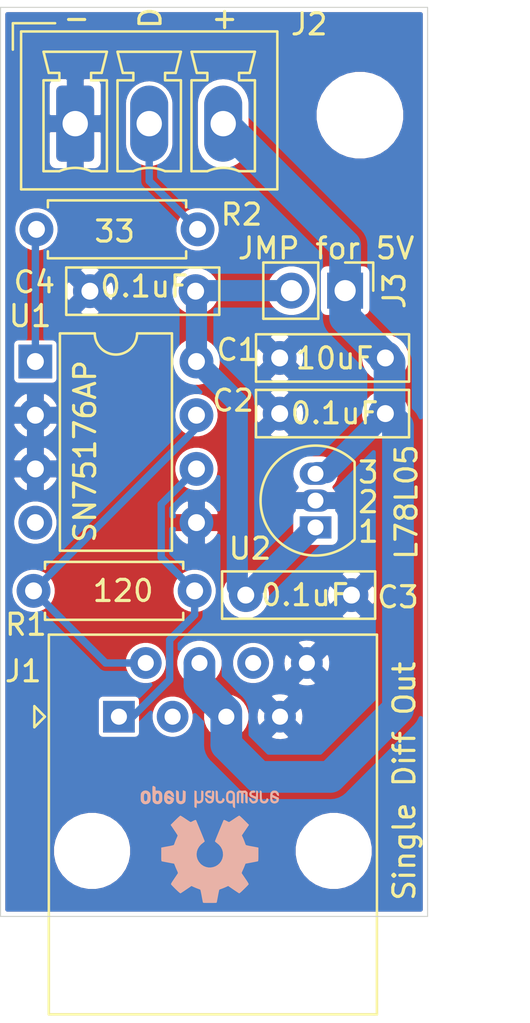
<source format=kicad_pcb>
(kicad_pcb (version 20171130) (host pcbnew "(5.1.5)-3")

  (general
    (thickness 1.6)
    (drawings 12)
    (tracks 45)
    (zones 0)
    (modules 13)
    (nets 11)
  )

  (page A4)
  (title_block
    (title "Single Receiver Out")
    (date 2020-04-18)
    (rev v1)
    (company "Scott Hanson")
  )

  (layers
    (0 F.Cu signal)
    (31 B.Cu signal)
    (32 B.Adhes user)
    (33 F.Adhes user)
    (34 B.Paste user)
    (35 F.Paste user)
    (36 B.SilkS user)
    (37 F.SilkS user)
    (38 B.Mask user)
    (39 F.Mask user)
    (40 Dwgs.User user)
    (41 Cmts.User user)
    (42 Eco1.User user)
    (43 Eco2.User user)
    (44 Edge.Cuts user)
    (45 Margin user)
    (46 B.CrtYd user)
    (47 F.CrtYd user)
    (48 B.Fab user)
    (49 F.Fab user)
  )

  (setup
    (last_trace_width 0.35)
    (trace_clearance 0.2)
    (zone_clearance 0.2)
    (zone_45_only no)
    (trace_min 0.2)
    (via_size 1)
    (via_drill 0.6)
    (via_min_size 0.4)
    (via_min_drill 0.3)
    (uvia_size 0.3)
    (uvia_drill 0.1)
    (uvias_allowed no)
    (uvia_min_size 0.2)
    (uvia_min_drill 0.1)
    (edge_width 0.05)
    (segment_width 0.2)
    (pcb_text_width 0.3)
    (pcb_text_size 1.5 1.5)
    (mod_edge_width 0.12)
    (mod_text_size 1 1)
    (mod_text_width 0.15)
    (pad_size 3 3)
    (pad_drill 1.5)
    (pad_to_mask_clearance 0.051)
    (solder_mask_min_width 0.25)
    (aux_axis_origin 201.1172 129.6035)
    (grid_origin 188.301 93.2178)
    (visible_elements 7FFFFFFF)
    (pcbplotparams
      (layerselection 0x3ffff_ffffffff)
      (usegerberextensions false)
      (usegerberattributes false)
      (usegerberadvancedattributes false)
      (creategerberjobfile false)
      (excludeedgelayer true)
      (linewidth 0.100000)
      (plotframeref false)
      (viasonmask false)
      (mode 1)
      (useauxorigin false)
      (hpglpennumber 1)
      (hpglpenspeed 20)
      (hpglpendiameter 15.000000)
      (psnegative false)
      (psa4output false)
      (plotreference true)
      (plotvalue true)
      (plotinvisibletext false)
      (padsonsilk false)
      (subtractmaskfromsilk false)
      (outputformat 1)
      (mirror false)
      (drillshape 0)
      (scaleselection 1)
      (outputdirectory "gerbers/"))
  )

  (net 0 "")
  (net 1 GND)
  (net 2 +5V)
  (net 3 VIN1)
  (net 4 "Net-(J1-Pad6)")
  (net 5 "Net-(J1-Pad3)")
  (net 6 "Net-(J1-Pad2)")
  (net 7 "Net-(J1-Pad1)")
  (net 8 OUT1)
  (net 9 "Net-(U1-Pad4)")
  (net 10 "Net-(J2-Pad2)")

  (net_class Default "This is the default net class."
    (clearance 0.2)
    (trace_width 0.35)
    (via_dia 1)
    (via_drill 0.6)
    (uvia_dia 0.3)
    (uvia_drill 0.1)
    (add_net "Net-(J1-Pad1)")
    (add_net "Net-(J1-Pad2)")
    (add_net "Net-(J1-Pad3)")
    (add_net "Net-(J1-Pad6)")
    (add_net "Net-(J2-Pad2)")
    (add_net "Net-(U1-Pad4)")
    (add_net OUT1)
  )

  (net_class 3.3v ""
    (clearance 0.3)
    (trace_width 0.5)
    (via_dia 1)
    (via_drill 0.6)
    (uvia_dia 0.3)
    (uvia_drill 0.1)
  )

  (net_class 5v ""
    (clearance 0.3)
    (trace_width 1)
    (via_dia 1)
    (via_drill 0.6)
    (uvia_dia 0.3)
    (uvia_drill 0.1)
    (add_net +5V)
    (add_net VIN1)
  )

  (net_class Gnd ""
    (clearance 0.2)
    (trace_width 1)
    (via_dia 1)
    (via_drill 0.6)
    (uvia_dia 0.3)
    (uvia_drill 0.1)
    (add_net GND)
  )

  (net_class Power ""
    (clearance 0.5)
    (trace_width 3)
    (via_dia 1)
    (via_drill 0.6)
    (uvia_dia 0.3)
    (uvia_drill 0.1)
  )

  (net_class Vin ""
    (clearance 0.3)
    (trace_width 1.5)
    (via_dia 1)
    (via_drill 0.6)
    (uvia_dia 0.3)
    (uvia_drill 0.1)
  )

  (net_class outs ""
    (clearance 0.2)
    (trace_width 0.5)
    (via_dia 1)
    (via_drill 0.6)
    (uvia_dia 0.3)
    (uvia_drill 0.1)
  )

  (net_class power2 ""
    (clearance 0.25)
    (trace_width 1)
    (via_dia 1)
    (via_drill 0.6)
    (uvia_dia 0.3)
    (uvia_drill 0.1)
  )

  (module Connector_PinHeader_2.54mm:PinHeader_1x02_P2.54mm_Vertical (layer F.Cu) (tedit 59FED5CC) (tstamp 5E9BBBE1)
    (at 60.601 124.6178 270)
    (descr "Through hole straight pin header, 1x02, 2.54mm pitch, single row")
    (tags "Through hole pin header THT 1x02 2.54mm single row")
    (path /5E9BD13D)
    (fp_text reference J3 (at 0 -2.33 90) (layer F.SilkS)
      (effects (font (size 1 1) (thickness 0.15)))
    )
    (fp_text value "5v Jmp" (at 0 4.87 90) (layer F.Fab)
      (effects (font (size 1 1) (thickness 0.15)))
    )
    (fp_text user %R (at 0 1.27) (layer F.Fab)
      (effects (font (size 1 1) (thickness 0.15)))
    )
    (fp_line (start 1.8 -1.8) (end -1.8 -1.8) (layer F.CrtYd) (width 0.05))
    (fp_line (start 1.8 4.35) (end 1.8 -1.8) (layer F.CrtYd) (width 0.05))
    (fp_line (start -1.8 4.35) (end 1.8 4.35) (layer F.CrtYd) (width 0.05))
    (fp_line (start -1.8 -1.8) (end -1.8 4.35) (layer F.CrtYd) (width 0.05))
    (fp_line (start -1.33 -1.33) (end 0 -1.33) (layer F.SilkS) (width 0.12))
    (fp_line (start -1.33 0) (end -1.33 -1.33) (layer F.SilkS) (width 0.12))
    (fp_line (start -1.33 1.27) (end 1.33 1.27) (layer F.SilkS) (width 0.12))
    (fp_line (start 1.33 1.27) (end 1.33 3.87) (layer F.SilkS) (width 0.12))
    (fp_line (start -1.33 1.27) (end -1.33 3.87) (layer F.SilkS) (width 0.12))
    (fp_line (start -1.33 3.87) (end 1.33 3.87) (layer F.SilkS) (width 0.12))
    (fp_line (start -1.27 -0.635) (end -0.635 -1.27) (layer F.Fab) (width 0.1))
    (fp_line (start -1.27 3.81) (end -1.27 -0.635) (layer F.Fab) (width 0.1))
    (fp_line (start 1.27 3.81) (end -1.27 3.81) (layer F.Fab) (width 0.1))
    (fp_line (start 1.27 -1.27) (end 1.27 3.81) (layer F.Fab) (width 0.1))
    (fp_line (start -0.635 -1.27) (end 1.27 -1.27) (layer F.Fab) (width 0.1))
    (pad 2 thru_hole oval (at 0 2.54 270) (size 1.7 1.7) (drill 1) (layers *.Cu *.Mask)
      (net 2 +5V))
    (pad 1 thru_hole rect (at 0 0 270) (size 1.7 1.7) (drill 1) (layers *.Cu *.Mask)
      (net 3 VIN1))
    (model ${KISYS3DMOD}/Connector_PinHeader_2.54mm.3dshapes/PinHeader_1x02_P2.54mm_Vertical.wrl
      (at (xyz 0 0 0))
      (scale (xyz 1 1 1))
      (rotate (xyz 0 0 0))
    )
  )

  (module Symbol:OSHW-Logo2_7.3x6mm_SilkScreen (layer B.Cu) (tedit 0) (tstamp 5E9BBC9E)
    (at 54.201 150.8178)
    (descr "Open Source Hardware Symbol")
    (tags "Logo Symbol OSHW")
    (attr virtual)
    (fp_text reference REF** (at 0 0) (layer F.SilkS) hide
      (effects (font (size 1 1) (thickness 0.15)))
    )
    (fp_text value OSHW-Logo2_7.3x6mm_SilkScreen (at 0.75 0) (layer B.Fab) hide
      (effects (font (size 1 1) (thickness 0.15)) (justify mirror))
    )
    (fp_poly (pts (xy 0.10391 2.757652) (xy 0.182454 2.757222) (xy 0.239298 2.756058) (xy 0.278105 2.753793)
      (xy 0.302538 2.75006) (xy 0.316262 2.744494) (xy 0.32294 2.736727) (xy 0.326236 2.726395)
      (xy 0.326556 2.725057) (xy 0.331562 2.700921) (xy 0.340829 2.653299) (xy 0.353392 2.587259)
      (xy 0.368287 2.507872) (xy 0.384551 2.420204) (xy 0.385119 2.417125) (xy 0.40141 2.331211)
      (xy 0.416652 2.255304) (xy 0.429861 2.193955) (xy 0.440054 2.151718) (xy 0.446248 2.133145)
      (xy 0.446543 2.132816) (xy 0.464788 2.123747) (xy 0.502405 2.108633) (xy 0.551271 2.090738)
      (xy 0.551543 2.090642) (xy 0.613093 2.067507) (xy 0.685657 2.038035) (xy 0.754057 2.008403)
      (xy 0.757294 2.006938) (xy 0.868702 1.956374) (xy 1.115399 2.12484) (xy 1.191077 2.176197)
      (xy 1.259631 2.222111) (xy 1.317088 2.25997) (xy 1.359476 2.287163) (xy 1.382825 2.301079)
      (xy 1.385042 2.302111) (xy 1.40201 2.297516) (xy 1.433701 2.275345) (xy 1.481352 2.234553)
      (xy 1.546198 2.174095) (xy 1.612397 2.109773) (xy 1.676214 2.046388) (xy 1.733329 1.988549)
      (xy 1.780305 1.939825) (xy 1.813703 1.90379) (xy 1.830085 1.884016) (xy 1.830694 1.882998)
      (xy 1.832505 1.869428) (xy 1.825683 1.847267) (xy 1.80854 1.813522) (xy 1.779393 1.7652)
      (xy 1.736555 1.699308) (xy 1.679448 1.614483) (xy 1.628766 1.539823) (xy 1.583461 1.47286)
      (xy 1.54615 1.417484) (xy 1.519452 1.37758) (xy 1.505985 1.357038) (xy 1.505137 1.355644)
      (xy 1.506781 1.335962) (xy 1.519245 1.297707) (xy 1.540048 1.248111) (xy 1.547462 1.232272)
      (xy 1.579814 1.16171) (xy 1.614328 1.081647) (xy 1.642365 1.012371) (xy 1.662568 0.960955)
      (xy 1.678615 0.921881) (xy 1.687888 0.901459) (xy 1.689041 0.899886) (xy 1.706096 0.897279)
      (xy 1.746298 0.890137) (xy 1.804302 0.879477) (xy 1.874763 0.866315) (xy 1.952335 0.851667)
      (xy 2.031672 0.836551) (xy 2.107431 0.821982) (xy 2.174264 0.808978) (xy 2.226828 0.798555)
      (xy 2.259776 0.79173) (xy 2.267857 0.789801) (xy 2.276205 0.785038) (xy 2.282506 0.774282)
      (xy 2.287045 0.753902) (xy 2.290104 0.720266) (xy 2.291967 0.669745) (xy 2.292918 0.598708)
      (xy 2.29324 0.503524) (xy 2.293257 0.464508) (xy 2.293257 0.147201) (xy 2.217057 0.132161)
      (xy 2.174663 0.124005) (xy 2.1114 0.112101) (xy 2.034962 0.097884) (xy 1.953043 0.08279)
      (xy 1.9304 0.078645) (xy 1.854806 0.063947) (xy 1.788953 0.049495) (xy 1.738366 0.036625)
      (xy 1.708574 0.026678) (xy 1.703612 0.023713) (xy 1.691426 0.002717) (xy 1.673953 -0.037967)
      (xy 1.654577 -0.090322) (xy 1.650734 -0.1016) (xy 1.625339 -0.171523) (xy 1.593817 -0.250418)
      (xy 1.562969 -0.321266) (xy 1.562817 -0.321595) (xy 1.511447 -0.432733) (xy 1.680399 -0.681253)
      (xy 1.849352 -0.929772) (xy 1.632429 -1.147058) (xy 1.566819 -1.211726) (xy 1.506979 -1.268733)
      (xy 1.456267 -1.315033) (xy 1.418046 -1.347584) (xy 1.395675 -1.363343) (xy 1.392466 -1.364343)
      (xy 1.373626 -1.356469) (xy 1.33518 -1.334578) (xy 1.28133 -1.301267) (xy 1.216276 -1.259131)
      (xy 1.14594 -1.211943) (xy 1.074555 -1.16381) (xy 1.010908 -1.121928) (xy 0.959041 -1.088871)
      (xy 0.922995 -1.067218) (xy 0.906867 -1.059543) (xy 0.887189 -1.066037) (xy 0.849875 -1.08315)
      (xy 0.802621 -1.107326) (xy 0.797612 -1.110013) (xy 0.733977 -1.141927) (xy 0.690341 -1.157579)
      (xy 0.663202 -1.157745) (xy 0.649057 -1.143204) (xy 0.648975 -1.143) (xy 0.641905 -1.125779)
      (xy 0.625042 -1.084899) (xy 0.599695 -1.023525) (xy 0.567171 -0.944819) (xy 0.528778 -0.851947)
      (xy 0.485822 -0.748072) (xy 0.444222 -0.647502) (xy 0.398504 -0.536516) (xy 0.356526 -0.433703)
      (xy 0.319548 -0.342215) (xy 0.288827 -0.265201) (xy 0.265622 -0.205815) (xy 0.25119 -0.167209)
      (xy 0.246743 -0.1528) (xy 0.257896 -0.136272) (xy 0.287069 -0.10993) (xy 0.325971 -0.080887)
      (xy 0.436757 0.010961) (xy 0.523351 0.116241) (xy 0.584716 0.232734) (xy 0.619815 0.358224)
      (xy 0.627608 0.490493) (xy 0.621943 0.551543) (xy 0.591078 0.678205) (xy 0.53792 0.790059)
      (xy 0.465767 0.885999) (xy 0.377917 0.964924) (xy 0.277665 1.02573) (xy 0.16831 1.067313)
      (xy 0.053147 1.088572) (xy -0.064525 1.088401) (xy -0.18141 1.065699) (xy -0.294211 1.019362)
      (xy -0.399631 0.948287) (xy -0.443632 0.908089) (xy -0.528021 0.804871) (xy -0.586778 0.692075)
      (xy -0.620296 0.57299) (xy -0.628965 0.450905) (xy -0.613177 0.329107) (xy -0.573322 0.210884)
      (xy -0.509793 0.099525) (xy -0.422979 -0.001684) (xy -0.325971 -0.080887) (xy -0.285563 -0.111162)
      (xy -0.257018 -0.137219) (xy -0.246743 -0.152825) (xy -0.252123 -0.169843) (xy -0.267425 -0.2105)
      (xy -0.291388 -0.271642) (xy -0.322756 -0.350119) (xy -0.360268 -0.44278) (xy -0.402667 -0.546472)
      (xy -0.444337 -0.647526) (xy -0.49031 -0.758607) (xy -0.532893 -0.861541) (xy -0.570779 -0.953165)
      (xy -0.60266 -1.030316) (xy -0.627229 -1.089831) (xy -0.64318 -1.128544) (xy -0.64909 -1.143)
      (xy -0.663052 -1.157685) (xy -0.69006 -1.157642) (xy -0.733587 -1.142099) (xy -0.79711 -1.110284)
      (xy -0.797612 -1.110013) (xy -0.84544 -1.085323) (xy -0.884103 -1.067338) (xy -0.905905 -1.059614)
      (xy -0.906867 -1.059543) (xy -0.923279 -1.067378) (xy -0.959513 -1.089165) (xy -1.011526 -1.122328)
      (xy -1.075275 -1.164291) (xy -1.14594 -1.211943) (xy -1.217884 -1.260191) (xy -1.282726 -1.302151)
      (xy -1.336265 -1.335227) (xy -1.374303 -1.356821) (xy -1.392467 -1.364343) (xy -1.409192 -1.354457)
      (xy -1.44282 -1.326826) (xy -1.48999 -1.284495) (xy -1.547342 -1.230505) (xy -1.611516 -1.167899)
      (xy -1.632503 -1.146983) (xy -1.849501 -0.929623) (xy -1.684332 -0.68722) (xy -1.634136 -0.612781)
      (xy -1.590081 -0.545972) (xy -1.554638 -0.490665) (xy -1.530281 -0.450729) (xy -1.519478 -0.430036)
      (xy -1.519162 -0.428563) (xy -1.524857 -0.409058) (xy -1.540174 -0.369822) (xy -1.562463 -0.31743)
      (xy -1.578107 -0.282355) (xy -1.607359 -0.215201) (xy -1.634906 -0.147358) (xy -1.656263 -0.090034)
      (xy -1.662065 -0.072572) (xy -1.678548 -0.025938) (xy -1.69466 0.010095) (xy -1.70351 0.023713)
      (xy -1.72304 0.032048) (xy -1.765666 0.043863) (xy -1.825855 0.057819) (xy -1.898078 0.072578)
      (xy -1.9304 0.078645) (xy -2.012478 0.093727) (xy -2.091205 0.108331) (xy -2.158891 0.12102)
      (xy -2.20784 0.130358) (xy -2.217057 0.132161) (xy -2.293257 0.147201) (xy -2.293257 0.464508)
      (xy -2.293086 0.568846) (xy -2.292384 0.647787) (xy -2.290866 0.704962) (xy -2.288251 0.744001)
      (xy -2.284254 0.768535) (xy -2.278591 0.782195) (xy -2.27098 0.788611) (xy -2.267857 0.789801)
      (xy -2.249022 0.79402) (xy -2.207412 0.802438) (xy -2.14837 0.814039) (xy -2.077243 0.827805)
      (xy -1.999375 0.84272) (xy -1.920113 0.857768) (xy -1.844802 0.871931) (xy -1.778787 0.884194)
      (xy -1.727413 0.893539) (xy -1.696025 0.89895) (xy -1.689041 0.899886) (xy -1.682715 0.912404)
      (xy -1.66871 0.945754) (xy -1.649645 0.993623) (xy -1.642366 1.012371) (xy -1.613004 1.084805)
      (xy -1.578429 1.16483) (xy -1.547463 1.232272) (xy -1.524677 1.283841) (xy -1.509518 1.326215)
      (xy -1.504458 1.352166) (xy -1.505264 1.355644) (xy -1.515959 1.372064) (xy -1.54038 1.408583)
      (xy -1.575905 1.461313) (xy -1.619913 1.526365) (xy -1.669783 1.599849) (xy -1.679644 1.614355)
      (xy -1.737508 1.700296) (xy -1.780044 1.765739) (xy -1.808946 1.813696) (xy -1.82591 1.84718)
      (xy -1.832633 1.869205) (xy -1.83081 1.882783) (xy -1.830764 1.882869) (xy -1.816414 1.900703)
      (xy -1.784677 1.935183) (xy -1.73899 1.982732) (xy -1.682796 2.039778) (xy -1.619532 2.102745)
      (xy -1.612398 2.109773) (xy -1.53267 2.18698) (xy -1.471143 2.24367) (xy -1.426579 2.28089)
      (xy -1.397743 2.299685) (xy -1.385042 2.302111) (xy -1.366506 2.291529) (xy -1.328039 2.267084)
      (xy -1.273614 2.231388) (xy -1.207202 2.187053) (xy -1.132775 2.136689) (xy -1.115399 2.12484)
      (xy -0.868703 1.956374) (xy -0.757294 2.006938) (xy -0.689543 2.036405) (xy -0.616817 2.066041)
      (xy -0.554297 2.08967) (xy -0.551543 2.090642) (xy -0.50264 2.108543) (xy -0.464943 2.12368)
      (xy -0.446575 2.13279) (xy -0.446544 2.132816) (xy -0.440715 2.149283) (xy -0.430808 2.189781)
      (xy -0.417805 2.249758) (xy -0.402691 2.32466) (xy -0.386448 2.409936) (xy -0.385119 2.417125)
      (xy -0.368825 2.504986) (xy -0.353867 2.58474) (xy -0.341209 2.651319) (xy -0.331814 2.699653)
      (xy -0.326646 2.724675) (xy -0.326556 2.725057) (xy -0.323411 2.735701) (xy -0.317296 2.743738)
      (xy -0.304547 2.749533) (xy -0.2815 2.753453) (xy -0.244491 2.755865) (xy -0.189856 2.757135)
      (xy -0.113933 2.757629) (xy -0.013056 2.757714) (xy 0 2.757714) (xy 0.10391 2.757652)) (layer B.SilkS) (width 0.01))
    (fp_poly (pts (xy 3.153595 -1.966966) (xy 3.211021 -2.004497) (xy 3.238719 -2.038096) (xy 3.260662 -2.099064)
      (xy 3.262405 -2.147308) (xy 3.258457 -2.211816) (xy 3.109686 -2.276934) (xy 3.037349 -2.310202)
      (xy 2.990084 -2.336964) (xy 2.965507 -2.360144) (xy 2.961237 -2.382667) (xy 2.974889 -2.407455)
      (xy 2.989943 -2.423886) (xy 3.033746 -2.450235) (xy 3.081389 -2.452081) (xy 3.125145 -2.431546)
      (xy 3.157289 -2.390752) (xy 3.163038 -2.376347) (xy 3.190576 -2.331356) (xy 3.222258 -2.312182)
      (xy 3.265714 -2.295779) (xy 3.265714 -2.357966) (xy 3.261872 -2.400283) (xy 3.246823 -2.435969)
      (xy 3.21528 -2.476943) (xy 3.210592 -2.482267) (xy 3.175506 -2.51872) (xy 3.145347 -2.538283)
      (xy 3.107615 -2.547283) (xy 3.076335 -2.55023) (xy 3.020385 -2.550965) (xy 2.980555 -2.54166)
      (xy 2.955708 -2.527846) (xy 2.916656 -2.497467) (xy 2.889625 -2.464613) (xy 2.872517 -2.423294)
      (xy 2.863238 -2.367521) (xy 2.859693 -2.291305) (xy 2.85941 -2.252622) (xy 2.860372 -2.206247)
      (xy 2.948007 -2.206247) (xy 2.949023 -2.231126) (xy 2.951556 -2.2352) (xy 2.968274 -2.229665)
      (xy 3.004249 -2.215017) (xy 3.052331 -2.19419) (xy 3.062386 -2.189714) (xy 3.123152 -2.158814)
      (xy 3.156632 -2.131657) (xy 3.16399 -2.10622) (xy 3.146391 -2.080481) (xy 3.131856 -2.069109)
      (xy 3.07941 -2.046364) (xy 3.030322 -2.050122) (xy 2.989227 -2.077884) (xy 2.960758 -2.127152)
      (xy 2.951631 -2.166257) (xy 2.948007 -2.206247) (xy 2.860372 -2.206247) (xy 2.861285 -2.162249)
      (xy 2.868196 -2.095384) (xy 2.881884 -2.046695) (xy 2.904096 -2.010849) (xy 2.936574 -1.982513)
      (xy 2.950733 -1.973355) (xy 3.015053 -1.949507) (xy 3.085473 -1.948006) (xy 3.153595 -1.966966)) (layer B.SilkS) (width 0.01))
    (fp_poly (pts (xy 2.6526 -1.958752) (xy 2.669948 -1.966334) (xy 2.711356 -1.999128) (xy 2.746765 -2.046547)
      (xy 2.768664 -2.097151) (xy 2.772229 -2.122098) (xy 2.760279 -2.156927) (xy 2.734067 -2.175357)
      (xy 2.705964 -2.186516) (xy 2.693095 -2.188572) (xy 2.686829 -2.173649) (xy 2.674456 -2.141175)
      (xy 2.669028 -2.126502) (xy 2.63859 -2.075744) (xy 2.59452 -2.050427) (xy 2.53801 -2.051206)
      (xy 2.533825 -2.052203) (xy 2.503655 -2.066507) (xy 2.481476 -2.094393) (xy 2.466327 -2.139287)
      (xy 2.45725 -2.204615) (xy 2.453286 -2.293804) (xy 2.452914 -2.341261) (xy 2.45273 -2.416071)
      (xy 2.451522 -2.467069) (xy 2.448309 -2.499471) (xy 2.442109 -2.518495) (xy 2.43194 -2.529356)
      (xy 2.416819 -2.537272) (xy 2.415946 -2.53767) (xy 2.386828 -2.549981) (xy 2.372403 -2.554514)
      (xy 2.370186 -2.540809) (xy 2.368289 -2.502925) (xy 2.366847 -2.445715) (xy 2.365998 -2.374027)
      (xy 2.365829 -2.321565) (xy 2.366692 -2.220047) (xy 2.37007 -2.143032) (xy 2.377142 -2.086023)
      (xy 2.389088 -2.044526) (xy 2.40709 -2.014043) (xy 2.432327 -1.99008) (xy 2.457247 -1.973355)
      (xy 2.517171 -1.951097) (xy 2.586911 -1.946076) (xy 2.6526 -1.958752)) (layer B.SilkS) (width 0.01))
    (fp_poly (pts (xy 2.144876 -1.956335) (xy 2.186667 -1.975344) (xy 2.219469 -1.998378) (xy 2.243503 -2.024133)
      (xy 2.260097 -2.057358) (xy 2.270577 -2.1028) (xy 2.276271 -2.165207) (xy 2.278507 -2.249327)
      (xy 2.278743 -2.304721) (xy 2.278743 -2.520826) (xy 2.241774 -2.53767) (xy 2.212656 -2.549981)
      (xy 2.198231 -2.554514) (xy 2.195472 -2.541025) (xy 2.193282 -2.504653) (xy 2.191942 -2.451542)
      (xy 2.191657 -2.409372) (xy 2.190434 -2.348447) (xy 2.187136 -2.300115) (xy 2.182321 -2.270518)
      (xy 2.178496 -2.264229) (xy 2.152783 -2.270652) (xy 2.112418 -2.287125) (xy 2.065679 -2.309458)
      (xy 2.020845 -2.333457) (xy 1.986193 -2.35493) (xy 1.970002 -2.369685) (xy 1.969938 -2.369845)
      (xy 1.97133 -2.397152) (xy 1.983818 -2.423219) (xy 2.005743 -2.444392) (xy 2.037743 -2.451474)
      (xy 2.065092 -2.450649) (xy 2.103826 -2.450042) (xy 2.124158 -2.459116) (xy 2.136369 -2.483092)
      (xy 2.137909 -2.487613) (xy 2.143203 -2.521806) (xy 2.129047 -2.542568) (xy 2.092148 -2.552462)
      (xy 2.052289 -2.554292) (xy 1.980562 -2.540727) (xy 1.943432 -2.521355) (xy 1.897576 -2.475845)
      (xy 1.873256 -2.419983) (xy 1.871073 -2.360957) (xy 1.891629 -2.305953) (xy 1.922549 -2.271486)
      (xy 1.95342 -2.252189) (xy 2.001942 -2.227759) (xy 2.058485 -2.202985) (xy 2.06791 -2.199199)
      (xy 2.130019 -2.171791) (xy 2.165822 -2.147634) (xy 2.177337 -2.123619) (xy 2.16658 -2.096635)
      (xy 2.148114 -2.075543) (xy 2.104469 -2.049572) (xy 2.056446 -2.047624) (xy 2.012406 -2.067637)
      (xy 1.980709 -2.107551) (xy 1.976549 -2.117848) (xy 1.952327 -2.155724) (xy 1.916965 -2.183842)
      (xy 1.872343 -2.206917) (xy 1.872343 -2.141485) (xy 1.874969 -2.101506) (xy 1.88623 -2.069997)
      (xy 1.911199 -2.036378) (xy 1.935169 -2.010484) (xy 1.972441 -1.973817) (xy 2.001401 -1.954121)
      (xy 2.032505 -1.94622) (xy 2.067713 -1.944914) (xy 2.144876 -1.956335)) (layer B.SilkS) (width 0.01))
    (fp_poly (pts (xy 1.779833 -1.958663) (xy 1.782048 -1.99685) (xy 1.783784 -2.054886) (xy 1.784899 -2.12818)
      (xy 1.785257 -2.205055) (xy 1.785257 -2.465196) (xy 1.739326 -2.511127) (xy 1.707675 -2.539429)
      (xy 1.67989 -2.550893) (xy 1.641915 -2.550168) (xy 1.62684 -2.548321) (xy 1.579726 -2.542948)
      (xy 1.540756 -2.539869) (xy 1.531257 -2.539585) (xy 1.499233 -2.541445) (xy 1.453432 -2.546114)
      (xy 1.435674 -2.548321) (xy 1.392057 -2.551735) (xy 1.362745 -2.54432) (xy 1.33368 -2.521427)
      (xy 1.323188 -2.511127) (xy 1.277257 -2.465196) (xy 1.277257 -1.978602) (xy 1.314226 -1.961758)
      (xy 1.346059 -1.949282) (xy 1.364683 -1.944914) (xy 1.369458 -1.958718) (xy 1.373921 -1.997286)
      (xy 1.377775 -2.056356) (xy 1.380722 -2.131663) (xy 1.382143 -2.195286) (xy 1.386114 -2.445657)
      (xy 1.420759 -2.450556) (xy 1.452268 -2.447131) (xy 1.467708 -2.436041) (xy 1.472023 -2.415308)
      (xy 1.475708 -2.371145) (xy 1.478469 -2.309146) (xy 1.480012 -2.234909) (xy 1.480235 -2.196706)
      (xy 1.480457 -1.976783) (xy 1.526166 -1.960849) (xy 1.558518 -1.950015) (xy 1.576115 -1.944962)
      (xy 1.576623 -1.944914) (xy 1.578388 -1.958648) (xy 1.580329 -1.99673) (xy 1.582282 -2.054482)
      (xy 1.584084 -2.127227) (xy 1.585343 -2.195286) (xy 1.589314 -2.445657) (xy 1.6764 -2.445657)
      (xy 1.680396 -2.21724) (xy 1.684392 -1.988822) (xy 1.726847 -1.966868) (xy 1.758192 -1.951793)
      (xy 1.776744 -1.944951) (xy 1.777279 -1.944914) (xy 1.779833 -1.958663)) (layer B.SilkS) (width 0.01))
    (fp_poly (pts (xy 1.190117 -2.065358) (xy 1.189933 -2.173837) (xy 1.189219 -2.257287) (xy 1.187675 -2.319704)
      (xy 1.185001 -2.365085) (xy 1.180894 -2.397429) (xy 1.175055 -2.420733) (xy 1.167182 -2.438995)
      (xy 1.161221 -2.449418) (xy 1.111855 -2.505945) (xy 1.049264 -2.541377) (xy 0.980013 -2.55409)
      (xy 0.910668 -2.542463) (xy 0.869375 -2.521568) (xy 0.826025 -2.485422) (xy 0.796481 -2.441276)
      (xy 0.778655 -2.383462) (xy 0.770463 -2.306313) (xy 0.769302 -2.249714) (xy 0.769458 -2.245647)
      (xy 0.870857 -2.245647) (xy 0.871476 -2.31055) (xy 0.874314 -2.353514) (xy 0.88084 -2.381622)
      (xy 0.892523 -2.401953) (xy 0.906483 -2.417288) (xy 0.953365 -2.44689) (xy 1.003701 -2.449419)
      (xy 1.051276 -2.424705) (xy 1.054979 -2.421356) (xy 1.070783 -2.403935) (xy 1.080693 -2.383209)
      (xy 1.086058 -2.352362) (xy 1.088228 -2.304577) (xy 1.088571 -2.251748) (xy 1.087827 -2.185381)
      (xy 1.084748 -2.141106) (xy 1.078061 -2.112009) (xy 1.066496 -2.091173) (xy 1.057013 -2.080107)
      (xy 1.01296 -2.052198) (xy 0.962224 -2.048843) (xy 0.913796 -2.070159) (xy 0.90445 -2.078073)
      (xy 0.88854 -2.095647) (xy 0.87861 -2.116587) (xy 0.873278 -2.147782) (xy 0.871163 -2.196122)
      (xy 0.870857 -2.245647) (xy 0.769458 -2.245647) (xy 0.77281 -2.158568) (xy 0.784726 -2.090086)
      (xy 0.807135 -2.0386) (xy 0.842124 -1.998443) (xy 0.869375 -1.977861) (xy 0.918907 -1.955625)
      (xy 0.976316 -1.945304) (xy 1.029682 -1.948067) (xy 1.059543 -1.959212) (xy 1.071261 -1.962383)
      (xy 1.079037 -1.950557) (xy 1.084465 -1.918866) (xy 1.088571 -1.870593) (xy 1.093067 -1.816829)
      (xy 1.099313 -1.784482) (xy 1.110676 -1.765985) (xy 1.130528 -1.75377) (xy 1.143 -1.748362)
      (xy 1.190171 -1.728601) (xy 1.190117 -2.065358)) (layer B.SilkS) (width 0.01))
    (fp_poly (pts (xy 0.529926 -1.949755) (xy 0.595858 -1.974084) (xy 0.649273 -2.017117) (xy 0.670164 -2.047409)
      (xy 0.692939 -2.102994) (xy 0.692466 -2.143186) (xy 0.668562 -2.170217) (xy 0.659717 -2.174813)
      (xy 0.62153 -2.189144) (xy 0.602028 -2.185472) (xy 0.595422 -2.161407) (xy 0.595086 -2.148114)
      (xy 0.582992 -2.09921) (xy 0.551471 -2.064999) (xy 0.507659 -2.048476) (xy 0.458695 -2.052634)
      (xy 0.418894 -2.074227) (xy 0.40545 -2.086544) (xy 0.395921 -2.101487) (xy 0.389485 -2.124075)
      (xy 0.385317 -2.159328) (xy 0.382597 -2.212266) (xy 0.380502 -2.287907) (xy 0.37996 -2.311857)
      (xy 0.377981 -2.39379) (xy 0.375731 -2.451455) (xy 0.372357 -2.489608) (xy 0.367006 -2.513004)
      (xy 0.358824 -2.526398) (xy 0.346959 -2.534545) (xy 0.339362 -2.538144) (xy 0.307102 -2.550452)
      (xy 0.288111 -2.554514) (xy 0.281836 -2.540948) (xy 0.278006 -2.499934) (xy 0.2766 -2.430999)
      (xy 0.277598 -2.333669) (xy 0.277908 -2.318657) (xy 0.280101 -2.229859) (xy 0.282693 -2.165019)
      (xy 0.286382 -2.119067) (xy 0.291864 -2.086935) (xy 0.299835 -2.063553) (xy 0.310993 -2.043852)
      (xy 0.31683 -2.03541) (xy 0.350296 -1.998057) (xy 0.387727 -1.969003) (xy 0.392309 -1.966467)
      (xy 0.459426 -1.946443) (xy 0.529926 -1.949755)) (layer B.SilkS) (width 0.01))
    (fp_poly (pts (xy 0.039744 -1.950968) (xy 0.096616 -1.972087) (xy 0.097267 -1.972493) (xy 0.13244 -1.99838)
      (xy 0.158407 -2.028633) (xy 0.17667 -2.068058) (xy 0.188732 -2.121462) (xy 0.196096 -2.193651)
      (xy 0.200264 -2.289432) (xy 0.200629 -2.303078) (xy 0.205876 -2.508842) (xy 0.161716 -2.531678)
      (xy 0.129763 -2.54711) (xy 0.11047 -2.554423) (xy 0.109578 -2.554514) (xy 0.106239 -2.541022)
      (xy 0.103587 -2.504626) (xy 0.101956 -2.451452) (xy 0.1016 -2.408393) (xy 0.101592 -2.338641)
      (xy 0.098403 -2.294837) (xy 0.087288 -2.273944) (xy 0.063501 -2.272925) (xy 0.022296 -2.288741)
      (xy -0.039914 -2.317815) (xy -0.085659 -2.341963) (xy -0.109187 -2.362913) (xy -0.116104 -2.385747)
      (xy -0.116114 -2.386877) (xy -0.104701 -2.426212) (xy -0.070908 -2.447462) (xy -0.019191 -2.450539)
      (xy 0.018061 -2.450006) (xy 0.037703 -2.460735) (xy 0.049952 -2.486505) (xy 0.057002 -2.519337)
      (xy 0.046842 -2.537966) (xy 0.043017 -2.540632) (xy 0.007001 -2.55134) (xy -0.043434 -2.552856)
      (xy -0.095374 -2.545759) (xy -0.132178 -2.532788) (xy -0.183062 -2.489585) (xy -0.211986 -2.429446)
      (xy -0.217714 -2.382462) (xy -0.213343 -2.340082) (xy -0.197525 -2.305488) (xy -0.166203 -2.274763)
      (xy -0.115322 -2.24399) (xy -0.040824 -2.209252) (xy -0.036286 -2.207288) (xy 0.030821 -2.176287)
      (xy 0.072232 -2.150862) (xy 0.089981 -2.128014) (xy 0.086107 -2.104745) (xy 0.062643 -2.078056)
      (xy 0.055627 -2.071914) (xy 0.00863 -2.0481) (xy -0.040067 -2.049103) (xy -0.082478 -2.072451)
      (xy -0.110616 -2.115675) (xy -0.113231 -2.12416) (xy -0.138692 -2.165308) (xy -0.170999 -2.185128)
      (xy -0.217714 -2.20477) (xy -0.217714 -2.15395) (xy -0.203504 -2.080082) (xy -0.161325 -2.012327)
      (xy -0.139376 -1.989661) (xy -0.089483 -1.960569) (xy -0.026033 -1.9474) (xy 0.039744 -1.950968)) (layer B.SilkS) (width 0.01))
    (fp_poly (pts (xy -0.624114 -1.851289) (xy -0.619861 -1.910613) (xy -0.614975 -1.945572) (xy -0.608205 -1.96082)
      (xy -0.598298 -1.961015) (xy -0.595086 -1.959195) (xy -0.552356 -1.946015) (xy -0.496773 -1.946785)
      (xy -0.440263 -1.960333) (xy -0.404918 -1.977861) (xy -0.368679 -2.005861) (xy -0.342187 -2.037549)
      (xy -0.324001 -2.077813) (xy -0.312678 -2.131543) (xy -0.306778 -2.203626) (xy -0.304857 -2.298951)
      (xy -0.304823 -2.317237) (xy -0.3048 -2.522646) (xy -0.350509 -2.53858) (xy -0.382973 -2.54942)
      (xy -0.400785 -2.554468) (xy -0.401309 -2.554514) (xy -0.403063 -2.540828) (xy -0.404556 -2.503076)
      (xy -0.405674 -2.446224) (xy -0.406303 -2.375234) (xy -0.4064 -2.332073) (xy -0.406602 -2.246973)
      (xy -0.407642 -2.185981) (xy -0.410169 -2.144177) (xy -0.414836 -2.116642) (xy -0.422293 -2.098456)
      (xy -0.433189 -2.084698) (xy -0.439993 -2.078073) (xy -0.486728 -2.051375) (xy -0.537728 -2.049375)
      (xy -0.583999 -2.071955) (xy -0.592556 -2.080107) (xy -0.605107 -2.095436) (xy -0.613812 -2.113618)
      (xy -0.619369 -2.139909) (xy -0.622474 -2.179562) (xy -0.623824 -2.237832) (xy -0.624114 -2.318173)
      (xy -0.624114 -2.522646) (xy -0.669823 -2.53858) (xy -0.702287 -2.54942) (xy -0.720099 -2.554468)
      (xy -0.720623 -2.554514) (xy -0.721963 -2.540623) (xy -0.723172 -2.501439) (xy -0.724199 -2.4407)
      (xy -0.724998 -2.362141) (xy -0.725519 -2.269498) (xy -0.725714 -2.166509) (xy -0.725714 -1.769342)
      (xy -0.678543 -1.749444) (xy -0.631371 -1.729547) (xy -0.624114 -1.851289)) (layer B.SilkS) (width 0.01))
    (fp_poly (pts (xy -1.831697 -1.931239) (xy -1.774473 -1.969735) (xy -1.730251 -2.025335) (xy -1.703833 -2.096086)
      (xy -1.69849 -2.148162) (xy -1.699097 -2.169893) (xy -1.704178 -2.186531) (xy -1.718145 -2.201437)
      (xy -1.745411 -2.217973) (xy -1.790388 -2.239498) (xy -1.857489 -2.269374) (xy -1.857829 -2.269524)
      (xy -1.919593 -2.297813) (xy -1.970241 -2.322933) (xy -2.004596 -2.342179) (xy -2.017482 -2.352848)
      (xy -2.017486 -2.352934) (xy -2.006128 -2.376166) (xy -1.979569 -2.401774) (xy -1.949077 -2.420221)
      (xy -1.93363 -2.423886) (xy -1.891485 -2.411212) (xy -1.855192 -2.379471) (xy -1.837483 -2.344572)
      (xy -1.820448 -2.318845) (xy -1.787078 -2.289546) (xy -1.747851 -2.264235) (xy -1.713244 -2.250471)
      (xy -1.706007 -2.249714) (xy -1.697861 -2.26216) (xy -1.69737 -2.293972) (xy -1.703357 -2.336866)
      (xy -1.714643 -2.382558) (xy -1.73005 -2.422761) (xy -1.730829 -2.424322) (xy -1.777196 -2.489062)
      (xy -1.837289 -2.533097) (xy -1.905535 -2.554711) (xy -1.976362 -2.552185) (xy -2.044196 -2.523804)
      (xy -2.047212 -2.521808) (xy -2.100573 -2.473448) (xy -2.13566 -2.410352) (xy -2.155078 -2.327387)
      (xy -2.157684 -2.304078) (xy -2.162299 -2.194055) (xy -2.156767 -2.142748) (xy -2.017486 -2.142748)
      (xy -2.015676 -2.174753) (xy -2.005778 -2.184093) (xy -1.981102 -2.177105) (xy -1.942205 -2.160587)
      (xy -1.898725 -2.139881) (xy -1.897644 -2.139333) (xy -1.860791 -2.119949) (xy -1.846 -2.107013)
      (xy -1.849647 -2.093451) (xy -1.865005 -2.075632) (xy -1.904077 -2.049845) (xy -1.946154 -2.04795)
      (xy -1.983897 -2.066717) (xy -2.009966 -2.102915) (xy -2.017486 -2.142748) (xy -2.156767 -2.142748)
      (xy -2.152806 -2.106027) (xy -2.12845 -2.036212) (xy -2.094544 -1.987302) (xy -2.033347 -1.937878)
      (xy -1.965937 -1.913359) (xy -1.89712 -1.911797) (xy -1.831697 -1.931239)) (layer B.SilkS) (width 0.01))
    (fp_poly (pts (xy -2.958885 -1.921962) (xy -2.890855 -1.957733) (xy -2.840649 -2.015301) (xy -2.822815 -2.052312)
      (xy -2.808937 -2.107882) (xy -2.801833 -2.178096) (xy -2.80116 -2.254727) (xy -2.806573 -2.329552)
      (xy -2.81773 -2.394342) (xy -2.834286 -2.440873) (xy -2.839374 -2.448887) (xy -2.899645 -2.508707)
      (xy -2.971231 -2.544535) (xy -3.048908 -2.55502) (xy -3.127452 -2.53881) (xy -3.149311 -2.529092)
      (xy -3.191878 -2.499143) (xy -3.229237 -2.459433) (xy -3.232768 -2.454397) (xy -3.247119 -2.430124)
      (xy -3.256606 -2.404178) (xy -3.26221 -2.370022) (xy -3.264914 -2.321119) (xy -3.265701 -2.250935)
      (xy -3.265714 -2.2352) (xy -3.265678 -2.230192) (xy -3.120571 -2.230192) (xy -3.119727 -2.29643)
      (xy -3.116404 -2.340386) (xy -3.109417 -2.368779) (xy -3.097584 -2.388325) (xy -3.091543 -2.394857)
      (xy -3.056814 -2.41968) (xy -3.023097 -2.418548) (xy -2.989005 -2.397016) (xy -2.968671 -2.374029)
      (xy -2.956629 -2.340478) (xy -2.949866 -2.287569) (xy -2.949402 -2.281399) (xy -2.948248 -2.185513)
      (xy -2.960312 -2.114299) (xy -2.98543 -2.068194) (xy -3.02344 -2.047635) (xy -3.037008 -2.046514)
      (xy -3.072636 -2.052152) (xy -3.097006 -2.071686) (xy -3.111907 -2.109042) (xy -3.119125 -2.16815)
      (xy -3.120571 -2.230192) (xy -3.265678 -2.230192) (xy -3.265174 -2.160413) (xy -3.262904 -2.108159)
      (xy -3.257932 -2.071949) (xy -3.249287 -2.045299) (xy -3.235995 -2.021722) (xy -3.233057 -2.017338)
      (xy -3.183687 -1.958249) (xy -3.129891 -1.923947) (xy -3.064398 -1.910331) (xy -3.042158 -1.909665)
      (xy -2.958885 -1.921962)) (layer B.SilkS) (width 0.01))
    (fp_poly (pts (xy -1.283907 -1.92778) (xy -1.237328 -1.954723) (xy -1.204943 -1.981466) (xy -1.181258 -2.009484)
      (xy -1.164941 -2.043748) (xy -1.154661 -2.089227) (xy -1.149086 -2.150892) (xy -1.146884 -2.233711)
      (xy -1.146629 -2.293246) (xy -1.146629 -2.512391) (xy -1.208314 -2.540044) (xy -1.27 -2.567697)
      (xy -1.277257 -2.32767) (xy -1.280256 -2.238028) (xy -1.283402 -2.172962) (xy -1.287299 -2.128026)
      (xy -1.292553 -2.09877) (xy -1.299769 -2.080748) (xy -1.30955 -2.069511) (xy -1.312688 -2.067079)
      (xy -1.360239 -2.048083) (xy -1.408303 -2.0556) (xy -1.436914 -2.075543) (xy -1.448553 -2.089675)
      (xy -1.456609 -2.10822) (xy -1.461729 -2.136334) (xy -1.464559 -2.179173) (xy -1.465744 -2.241895)
      (xy -1.465943 -2.307261) (xy -1.465982 -2.389268) (xy -1.467386 -2.447316) (xy -1.472086 -2.486465)
      (xy -1.482013 -2.51178) (xy -1.499097 -2.528323) (xy -1.525268 -2.541156) (xy -1.560225 -2.554491)
      (xy -1.598404 -2.569007) (xy -1.593859 -2.311389) (xy -1.592029 -2.218519) (xy -1.589888 -2.149889)
      (xy -1.586819 -2.100711) (xy -1.582206 -2.066198) (xy -1.575432 -2.041562) (xy -1.565881 -2.022016)
      (xy -1.554366 -2.00477) (xy -1.49881 -1.94968) (xy -1.43102 -1.917822) (xy -1.357287 -1.910191)
      (xy -1.283907 -1.92778)) (layer B.SilkS) (width 0.01))
    (fp_poly (pts (xy -2.400256 -1.919918) (xy -2.344799 -1.947568) (xy -2.295852 -1.99848) (xy -2.282371 -2.017338)
      (xy -2.267686 -2.042015) (xy -2.258158 -2.068816) (xy -2.252707 -2.104587) (xy -2.250253 -2.156169)
      (xy -2.249714 -2.224267) (xy -2.252148 -2.317588) (xy -2.260606 -2.387657) (xy -2.276826 -2.439931)
      (xy -2.302546 -2.479869) (xy -2.339503 -2.512929) (xy -2.342218 -2.514886) (xy -2.37864 -2.534908)
      (xy -2.422498 -2.544815) (xy -2.478276 -2.547257) (xy -2.568952 -2.547257) (xy -2.56899 -2.635283)
      (xy -2.569834 -2.684308) (xy -2.574976 -2.713065) (xy -2.588413 -2.730311) (xy -2.614142 -2.744808)
      (xy -2.620321 -2.747769) (xy -2.649236 -2.761648) (xy -2.671624 -2.770414) (xy -2.688271 -2.771171)
      (xy -2.699964 -2.761023) (xy -2.70749 -2.737073) (xy -2.711634 -2.696426) (xy -2.713185 -2.636186)
      (xy -2.712929 -2.553455) (xy -2.711651 -2.445339) (xy -2.711252 -2.413) (xy -2.709815 -2.301524)
      (xy -2.708528 -2.228603) (xy -2.569029 -2.228603) (xy -2.568245 -2.290499) (xy -2.56476 -2.330997)
      (xy -2.556876 -2.357708) (xy -2.542895 -2.378244) (xy -2.533403 -2.38826) (xy -2.494596 -2.417567)
      (xy -2.460237 -2.419952) (xy -2.424784 -2.39575) (xy -2.423886 -2.394857) (xy -2.409461 -2.376153)
      (xy -2.400687 -2.350732) (xy -2.396261 -2.311584) (xy -2.394882 -2.251697) (xy -2.394857 -2.23843)
      (xy -2.398188 -2.155901) (xy -2.409031 -2.098691) (xy -2.42866 -2.063766) (xy -2.45835 -2.048094)
      (xy -2.475509 -2.046514) (xy -2.516234 -2.053926) (xy -2.544168 -2.07833) (xy -2.560983 -2.12298)
      (xy -2.56835 -2.19113) (xy -2.569029 -2.228603) (xy -2.708528 -2.228603) (xy -2.708292 -2.215245)
      (xy -2.706323 -2.150333) (xy -2.70355 -2.102958) (xy -2.699612 -2.06929) (xy -2.694151 -2.045498)
      (xy -2.686808 -2.027753) (xy -2.677223 -2.012224) (xy -2.673113 -2.006381) (xy -2.618595 -1.951185)
      (xy -2.549664 -1.91989) (xy -2.469928 -1.911165) (xy -2.400256 -1.919918)) (layer B.SilkS) (width 0.01))
  )

  (module Capacitor_THT:C_Rect_L7.0mm_W2.0mm_P5.00mm (layer F.Cu) (tedit 5AE50EF0) (tstamp 5E9BE007)
    (at 55.901 139.0178)
    (descr "C, Rect series, Radial, pin pitch=5.00mm, , length*width=7*2mm^2, Capacitor")
    (tags "C Rect series Radial pin pitch 5.00mm  length 7mm width 2mm Capacitor")
    (path /5E9D7ED2)
    (fp_text reference C3 (at 7.2 0.1) (layer F.SilkS)
      (effects (font (size 1 1) (thickness 0.15)))
    )
    (fp_text value 0.1uF (at 2.8 0) (layer F.SilkS)
      (effects (font (size 1 1) (thickness 0.15)))
    )
    (fp_text user %R (at 2.4 -0.0762) (layer F.Fab)
      (effects (font (size 1 1) (thickness 0.15)))
    )
    (fp_line (start 6.25 -1.25) (end -1.25 -1.25) (layer F.CrtYd) (width 0.05))
    (fp_line (start 6.25 1.25) (end 6.25 -1.25) (layer F.CrtYd) (width 0.05))
    (fp_line (start -1.25 1.25) (end 6.25 1.25) (layer F.CrtYd) (width 0.05))
    (fp_line (start -1.25 -1.25) (end -1.25 1.25) (layer F.CrtYd) (width 0.05))
    (fp_line (start 6.12 -1.12) (end 6.12 1.12) (layer F.SilkS) (width 0.12))
    (fp_line (start -1.12 -1.12) (end -1.12 1.12) (layer F.SilkS) (width 0.12))
    (fp_line (start -1.12 1.12) (end 6.12 1.12) (layer F.SilkS) (width 0.12))
    (fp_line (start -1.12 -1.12) (end 6.12 -1.12) (layer F.SilkS) (width 0.12))
    (fp_line (start 6 -1) (end -1 -1) (layer F.Fab) (width 0.1))
    (fp_line (start 6 1) (end 6 -1) (layer F.Fab) (width 0.1))
    (fp_line (start -1 1) (end 6 1) (layer F.Fab) (width 0.1))
    (fp_line (start -1 -1) (end -1 1) (layer F.Fab) (width 0.1))
    (pad 2 thru_hole circle (at 5 0) (size 1.6 1.6) (drill 0.8) (layers *.Cu *.Mask)
      (net 1 GND))
    (pad 1 thru_hole circle (at 0 0) (size 1.6 1.6) (drill 0.8) (layers *.Cu *.Mask)
      (net 2 +5V))
    (model ${KISYS3DMOD}/Capacitor_THT.3dshapes/C_Rect_L7.0mm_W2.0mm_P5.00mm.wrl
      (at (xyz 0 0 0))
      (scale (xyz 1 1 1))
      (rotate (xyz 0 0 0))
    )
  )

  (module Capacitor_THT:C_Rect_L7.0mm_W2.0mm_P5.00mm (layer F.Cu) (tedit 5AE50EF0) (tstamp 5E9BD85D)
    (at 62.50496 130.43284 180)
    (descr "C, Rect series, Radial, pin pitch=5.00mm, , length*width=7*2mm^2, Capacitor")
    (tags "C Rect series Radial pin pitch 5.00mm  length 7mm width 2mm Capacitor")
    (path /5E9D21E8)
    (fp_text reference C2 (at 7.20396 0.61504) (layer F.SilkS)
      (effects (font (size 1 1) (thickness 0.15)))
    )
    (fp_text value 0.1uF (at 2.40396 0.01504) (layer F.SilkS)
      (effects (font (size 1 1) (thickness 0.15)))
    )
    (fp_text user %R (at 2.47904 0.30988) (layer F.Fab)
      (effects (font (size 1 1) (thickness 0.15)))
    )
    (fp_line (start 6.25 -1.25) (end -1.25 -1.25) (layer F.CrtYd) (width 0.05))
    (fp_line (start 6.25 1.25) (end 6.25 -1.25) (layer F.CrtYd) (width 0.05))
    (fp_line (start -1.25 1.25) (end 6.25 1.25) (layer F.CrtYd) (width 0.05))
    (fp_line (start -1.25 -1.25) (end -1.25 1.25) (layer F.CrtYd) (width 0.05))
    (fp_line (start 6.12 -1.12) (end 6.12 1.12) (layer F.SilkS) (width 0.12))
    (fp_line (start -1.12 -1.12) (end -1.12 1.12) (layer F.SilkS) (width 0.12))
    (fp_line (start -1.12 1.12) (end 6.12 1.12) (layer F.SilkS) (width 0.12))
    (fp_line (start -1.12 -1.12) (end 6.12 -1.12) (layer F.SilkS) (width 0.12))
    (fp_line (start 6 -1) (end -1 -1) (layer F.Fab) (width 0.1))
    (fp_line (start 6 1) (end 6 -1) (layer F.Fab) (width 0.1))
    (fp_line (start -1 1) (end 6 1) (layer F.Fab) (width 0.1))
    (fp_line (start -1 -1) (end -1 1) (layer F.Fab) (width 0.1))
    (pad 2 thru_hole circle (at 5 0 180) (size 1.6 1.6) (drill 0.8) (layers *.Cu *.Mask)
      (net 1 GND))
    (pad 1 thru_hole circle (at 0 0 180) (size 1.6 1.6) (drill 0.8) (layers *.Cu *.Mask)
      (net 3 VIN1))
    (model ${KISYS3DMOD}/Capacitor_THT.3dshapes/C_Rect_L7.0mm_W2.0mm_P5.00mm.wrl
      (at (xyz 0 0 0))
      (scale (xyz 1 1 1))
      (rotate (xyz 0 0 0))
    )
  )

  (module Capacitor_THT:C_Rect_L7.0mm_W2.0mm_P5.00mm (layer F.Cu) (tedit 5AE50EF0) (tstamp 5E9BC30A)
    (at 62.50496 127.8014 180)
    (descr "C, Rect series, Radial, pin pitch=5.00mm, , length*width=7*2mm^2, Capacitor")
    (tags "C Rect series Radial pin pitch 5.00mm  length 7mm width 2mm Capacitor")
    (path /5E0AD280)
    (fp_text reference C1 (at 7.00396 0.3836) (layer F.SilkS)
      (effects (font (size 1 1) (thickness 0.15)))
    )
    (fp_text value 10uF (at 2.40396 -0.0164) (layer F.SilkS)
      (effects (font (size 1 1) (thickness 0.15)))
    )
    (fp_text user %R (at 2.5 0) (layer F.Fab)
      (effects (font (size 1 1) (thickness 0.15)))
    )
    (fp_line (start 6.25 -1.25) (end -1.25 -1.25) (layer F.CrtYd) (width 0.05))
    (fp_line (start 6.25 1.25) (end 6.25 -1.25) (layer F.CrtYd) (width 0.05))
    (fp_line (start -1.25 1.25) (end 6.25 1.25) (layer F.CrtYd) (width 0.05))
    (fp_line (start -1.25 -1.25) (end -1.25 1.25) (layer F.CrtYd) (width 0.05))
    (fp_line (start 6.12 -1.12) (end 6.12 1.12) (layer F.SilkS) (width 0.12))
    (fp_line (start -1.12 -1.12) (end -1.12 1.12) (layer F.SilkS) (width 0.12))
    (fp_line (start -1.12 1.12) (end 6.12 1.12) (layer F.SilkS) (width 0.12))
    (fp_line (start -1.12 -1.12) (end 6.12 -1.12) (layer F.SilkS) (width 0.12))
    (fp_line (start 6 -1) (end -1 -1) (layer F.Fab) (width 0.1))
    (fp_line (start 6 1) (end 6 -1) (layer F.Fab) (width 0.1))
    (fp_line (start -1 1) (end 6 1) (layer F.Fab) (width 0.1))
    (fp_line (start -1 -1) (end -1 1) (layer F.Fab) (width 0.1))
    (pad 2 thru_hole circle (at 5 0 180) (size 1.6 1.6) (drill 0.8) (layers *.Cu *.Mask)
      (net 1 GND))
    (pad 1 thru_hole circle (at 0 0 180) (size 1.6 1.6) (drill 0.8) (layers *.Cu *.Mask)
      (net 3 VIN1))
    (model ${KISYS3DMOD}/Capacitor_THT.3dshapes/C_Rect_L7.0mm_W2.0mm_P5.00mm.wrl
      (at (xyz 0 0 0))
      (scale (xyz 1 1 1))
      (rotate (xyz 0 0 0))
    )
  )

  (module Resistor_THT:R_Axial_DIN0207_L6.3mm_D2.5mm_P7.62mm_Horizontal (layer F.Cu) (tedit 5AE5139B) (tstamp 5E9BD563)
    (at 46.001 121.7178)
    (descr "Resistor, Axial_DIN0207 series, Axial, Horizontal, pin pitch=7.62mm, 0.25W = 1/4W, length*diameter=6.3*2.5mm^2, http://cdn-reichelt.de/documents/datenblatt/B400/1_4W%23YAG.pdf")
    (tags "Resistor Axial_DIN0207 series Axial Horizontal pin pitch 7.62mm 0.25W = 1/4W length 6.3mm diameter 2.5mm")
    (path /5E9D030F)
    (fp_text reference R2 (at 9.7 -0.7) (layer F.SilkS)
      (effects (font (size 1 1) (thickness 0.15)))
    )
    (fp_text value 33 (at 3.7 0.1) (layer F.SilkS)
      (effects (font (size 1 1) (thickness 0.15)))
    )
    (fp_text user %R (at 3.53568 0.20828) (layer F.Fab)
      (effects (font (size 1 1) (thickness 0.15)))
    )
    (fp_line (start 8.67 -1.5) (end -1.05 -1.5) (layer F.CrtYd) (width 0.05))
    (fp_line (start 8.67 1.5) (end 8.67 -1.5) (layer F.CrtYd) (width 0.05))
    (fp_line (start -1.05 1.5) (end 8.67 1.5) (layer F.CrtYd) (width 0.05))
    (fp_line (start -1.05 -1.5) (end -1.05 1.5) (layer F.CrtYd) (width 0.05))
    (fp_line (start 7.08 1.37) (end 7.08 1.04) (layer F.SilkS) (width 0.12))
    (fp_line (start 0.54 1.37) (end 7.08 1.37) (layer F.SilkS) (width 0.12))
    (fp_line (start 0.54 1.04) (end 0.54 1.37) (layer F.SilkS) (width 0.12))
    (fp_line (start 7.08 -1.37) (end 7.08 -1.04) (layer F.SilkS) (width 0.12))
    (fp_line (start 0.54 -1.37) (end 7.08 -1.37) (layer F.SilkS) (width 0.12))
    (fp_line (start 0.54 -1.04) (end 0.54 -1.37) (layer F.SilkS) (width 0.12))
    (fp_line (start 7.62 0) (end 6.96 0) (layer F.Fab) (width 0.1))
    (fp_line (start 0 0) (end 0.66 0) (layer F.Fab) (width 0.1))
    (fp_line (start 6.96 -1.25) (end 0.66 -1.25) (layer F.Fab) (width 0.1))
    (fp_line (start 6.96 1.25) (end 6.96 -1.25) (layer F.Fab) (width 0.1))
    (fp_line (start 0.66 1.25) (end 6.96 1.25) (layer F.Fab) (width 0.1))
    (fp_line (start 0.66 -1.25) (end 0.66 1.25) (layer F.Fab) (width 0.1))
    (pad 2 thru_hole oval (at 7.62 0) (size 1.6 1.6) (drill 0.8) (layers *.Cu *.Mask)
      (net 10 "Net-(J2-Pad2)"))
    (pad 1 thru_hole circle (at 0 0) (size 1.6 1.6) (drill 0.8) (layers *.Cu *.Mask)
      (net 8 OUT1))
    (model ${KISYS3DMOD}/Resistor_THT.3dshapes/R_Axial_DIN0207_L6.3mm_D2.5mm_P7.62mm_Horizontal.wrl
      (at (xyz 0 0 0))
      (scale (xyz 1 1 1))
      (rotate (xyz 0 0 0))
    )
  )

  (module Package_TO_SOT_THT:TO-92_Inline (layer F.Cu) (tedit 5A1DD157) (tstamp 5E9BBCA7)
    (at 59.201 135.8178 90)
    (descr "TO-92 leads in-line, narrow, oval pads, drill 0.75mm (see NXP sot054_po.pdf)")
    (tags "to-92 sc-43 sc-43a sot54 PA33 transistor")
    (path /5E9A666D)
    (fp_text reference U2 (at -1 -3.1 180) (layer F.SilkS)
      (effects (font (size 1 1) (thickness 0.15)))
    )
    (fp_text value L78L05 (at 1.2 4.3 90) (layer F.SilkS)
      (effects (font (size 1 1) (thickness 0.15)))
    )
    (fp_arc (start 1.27 0) (end 1.27 -2.6) (angle 135) (layer F.SilkS) (width 0.12))
    (fp_arc (start 1.27 0) (end 1.27 -2.48) (angle -135) (layer F.Fab) (width 0.1))
    (fp_arc (start 1.27 0) (end 1.27 -2.6) (angle -135) (layer F.SilkS) (width 0.12))
    (fp_arc (start 1.27 0) (end 1.27 -2.48) (angle 135) (layer F.Fab) (width 0.1))
    (fp_line (start 4 2.01) (end -1.46 2.01) (layer F.CrtYd) (width 0.05))
    (fp_line (start 4 2.01) (end 4 -2.73) (layer F.CrtYd) (width 0.05))
    (fp_line (start -1.46 -2.73) (end -1.46 2.01) (layer F.CrtYd) (width 0.05))
    (fp_line (start -1.46 -2.73) (end 4 -2.73) (layer F.CrtYd) (width 0.05))
    (fp_line (start -0.5 1.75) (end 3 1.75) (layer F.Fab) (width 0.1))
    (fp_line (start -0.53 1.85) (end 3.07 1.85) (layer F.SilkS) (width 0.12))
    (fp_text user %R (at 1.27 -3.56 90) (layer F.Fab)
      (effects (font (size 1 1) (thickness 0.15)))
    )
    (pad 1 thru_hole rect (at 0 0 90) (size 1.05 1.5) (drill 0.75) (layers *.Cu *.Mask)
      (net 2 +5V))
    (pad 3 thru_hole oval (at 2.54 0 90) (size 1.05 1.5) (drill 0.75) (layers *.Cu *.Mask)
      (net 3 VIN1))
    (pad 2 thru_hole oval (at 1.27 0 90) (size 1.05 1.5) (drill 0.75) (layers *.Cu *.Mask)
      (net 1 GND))
    (model ${KISYS3DMOD}/Package_TO_SOT_THT.3dshapes/TO-92_Inline.wrl
      (at (xyz 0 0 0))
      (scale (xyz 1 1 1))
      (rotate (xyz 0 0 0))
    )
  )

  (module Package_DIP:DIP-8_W7.62mm (layer F.Cu) (tedit 5A02E8C5) (tstamp 5E9BEBCF)
    (at 45.94924 127.97008)
    (descr "8-lead though-hole mounted DIP package, row spacing 7.62 mm (300 mils)")
    (tags "THT DIP DIL PDIP 2.54mm 7.62mm 300mil")
    (path /5E9BE591)
    (fp_text reference U1 (at -0.24824 -2.15228) (layer F.SilkS)
      (effects (font (size 1 1) (thickness 0.15)))
    )
    (fp_text value SN75176AP (at 2.35176 4.24772 270) (layer F.SilkS)
      (effects (font (size 1 1) (thickness 0.15)))
    )
    (fp_text user %R (at 3.81 3.81) (layer F.Fab)
      (effects (font (size 1 1) (thickness 0.15)))
    )
    (fp_line (start 8.7 -1.55) (end -1.1 -1.55) (layer F.CrtYd) (width 0.05))
    (fp_line (start 8.7 9.15) (end 8.7 -1.55) (layer F.CrtYd) (width 0.05))
    (fp_line (start -1.1 9.15) (end 8.7 9.15) (layer F.CrtYd) (width 0.05))
    (fp_line (start -1.1 -1.55) (end -1.1 9.15) (layer F.CrtYd) (width 0.05))
    (fp_line (start 6.46 -1.33) (end 4.81 -1.33) (layer F.SilkS) (width 0.12))
    (fp_line (start 6.46 8.95) (end 6.46 -1.33) (layer F.SilkS) (width 0.12))
    (fp_line (start 1.16 8.95) (end 6.46 8.95) (layer F.SilkS) (width 0.12))
    (fp_line (start 1.16 -1.33) (end 1.16 8.95) (layer F.SilkS) (width 0.12))
    (fp_line (start 2.81 -1.33) (end 1.16 -1.33) (layer F.SilkS) (width 0.12))
    (fp_line (start 0.635 -0.27) (end 1.635 -1.27) (layer F.Fab) (width 0.1))
    (fp_line (start 0.635 8.89) (end 0.635 -0.27) (layer F.Fab) (width 0.1))
    (fp_line (start 6.985 8.89) (end 0.635 8.89) (layer F.Fab) (width 0.1))
    (fp_line (start 6.985 -1.27) (end 6.985 8.89) (layer F.Fab) (width 0.1))
    (fp_line (start 1.635 -1.27) (end 6.985 -1.27) (layer F.Fab) (width 0.1))
    (fp_arc (start 3.81 -1.33) (end 2.81 -1.33) (angle -180) (layer F.SilkS) (width 0.12))
    (pad 8 thru_hole oval (at 7.62 0) (size 1.6 1.6) (drill 0.8) (layers *.Cu *.Mask)
      (net 2 +5V))
    (pad 4 thru_hole oval (at 0 7.62) (size 1.6 1.6) (drill 0.8) (layers *.Cu *.Mask)
      (net 9 "Net-(U1-Pad4)"))
    (pad 7 thru_hole oval (at 7.62 2.54) (size 1.6 1.6) (drill 0.8) (layers *.Cu *.Mask)
      (net 6 "Net-(J1-Pad2)"))
    (pad 3 thru_hole oval (at 0 5.08) (size 1.6 1.6) (drill 0.8) (layers *.Cu *.Mask)
      (net 1 GND))
    (pad 6 thru_hole oval (at 7.62 5.08) (size 1.6 1.6) (drill 0.8) (layers *.Cu *.Mask)
      (net 7 "Net-(J1-Pad1)"))
    (pad 2 thru_hole oval (at 0 2.54) (size 1.6 1.6) (drill 0.8) (layers *.Cu *.Mask)
      (net 1 GND))
    (pad 5 thru_hole oval (at 7.62 7.62) (size 1.6 1.6) (drill 0.8) (layers *.Cu *.Mask)
      (net 1 GND))
    (pad 1 thru_hole rect (at 0 0) (size 1.6 1.6) (drill 0.8) (layers *.Cu *.Mask)
      (net 8 OUT1))
    (model ${KISYS3DMOD}/Package_DIP.3dshapes/DIP-8_W7.62mm.wrl
      (at (xyz 0 0 0))
      (scale (xyz 1 1 1))
      (rotate (xyz 0 0 0))
    )
  )

  (module Resistor_THT:R_Axial_DIN0207_L6.3mm_D2.5mm_P7.62mm_Horizontal (layer F.Cu) (tedit 5AE5139B) (tstamp 5E9BBC4D)
    (at 45.86288 138.8178)
    (descr "Resistor, Axial_DIN0207 series, Axial, Horizontal, pin pitch=7.62mm, 0.25W = 1/4W, length*diameter=6.3*2.5mm^2, http://cdn-reichelt.de/documents/datenblatt/B400/1_4W%23YAG.pdf")
    (tags "Resistor Axial_DIN0207 series Axial Horizontal pin pitch 7.62mm 0.25W = 1/4W length 6.3mm diameter 2.5mm")
    (path /5E9B8383)
    (fp_text reference R1 (at -0.36188 1.6) (layer F.SilkS)
      (effects (font (size 1 1) (thickness 0.15)))
    )
    (fp_text value 120 (at 4.23812 0) (layer F.SilkS)
      (effects (font (size 1 1) (thickness 0.15)))
    )
    (fp_text user %R (at 2.667 -0.16764 90) (layer F.Fab)
      (effects (font (size 1 1) (thickness 0.15)))
    )
    (fp_line (start 8.67 -1.5) (end -1.05 -1.5) (layer F.CrtYd) (width 0.05))
    (fp_line (start 8.67 1.5) (end 8.67 -1.5) (layer F.CrtYd) (width 0.05))
    (fp_line (start -1.05 1.5) (end 8.67 1.5) (layer F.CrtYd) (width 0.05))
    (fp_line (start -1.05 -1.5) (end -1.05 1.5) (layer F.CrtYd) (width 0.05))
    (fp_line (start 7.08 1.37) (end 7.08 1.04) (layer F.SilkS) (width 0.12))
    (fp_line (start 0.54 1.37) (end 7.08 1.37) (layer F.SilkS) (width 0.12))
    (fp_line (start 0.54 1.04) (end 0.54 1.37) (layer F.SilkS) (width 0.12))
    (fp_line (start 7.08 -1.37) (end 7.08 -1.04) (layer F.SilkS) (width 0.12))
    (fp_line (start 0.54 -1.37) (end 7.08 -1.37) (layer F.SilkS) (width 0.12))
    (fp_line (start 0.54 -1.04) (end 0.54 -1.37) (layer F.SilkS) (width 0.12))
    (fp_line (start 7.62 0) (end 6.96 0) (layer F.Fab) (width 0.1))
    (fp_line (start 0 0) (end 0.66 0) (layer F.Fab) (width 0.1))
    (fp_line (start 6.96 -1.25) (end 0.66 -1.25) (layer F.Fab) (width 0.1))
    (fp_line (start 6.96 1.25) (end 6.96 -1.25) (layer F.Fab) (width 0.1))
    (fp_line (start 0.66 1.25) (end 6.96 1.25) (layer F.Fab) (width 0.1))
    (fp_line (start 0.66 -1.25) (end 0.66 1.25) (layer F.Fab) (width 0.1))
    (pad 2 thru_hole oval (at 7.62 0) (size 1.6 1.6) (drill 0.8) (layers *.Cu *.Mask)
      (net 7 "Net-(J1-Pad1)"))
    (pad 1 thru_hole circle (at 0 0) (size 1.6 1.6) (drill 0.8) (layers *.Cu *.Mask)
      (net 6 "Net-(J1-Pad2)"))
    (model ${KISYS3DMOD}/Resistor_THT.3dshapes/R_Axial_DIN0207_L6.3mm_D2.5mm_P7.62mm_Horizontal.wrl
      (at (xyz 0 0 0))
      (scale (xyz 1 1 1))
      (rotate (xyz 0 0 0))
    )
  )

  (module Connector_Phoenix_MC:PhoenixContact_MCV_1,5_3-G-3.5_1x03_P3.50mm_Vertical (layer F.Cu) (tedit 5B784ED0) (tstamp 5E9BBC21)
    (at 47.83392 116.7178)
    (descr "Generic Phoenix Contact connector footprint for: MCV_1,5/3-G-3.5; number of pins: 03; pin pitch: 3.50mm; Vertical || order number: 1843619 8A 160V")
    (tags "phoenix_contact connector MCV_01x03_G_3.5mm")
    (path /5E994D56)
    (fp_text reference J2 (at 11.06708 -4.7) (layer F.SilkS)
      (effects (font (size 1 1) (thickness 0.15)))
    )
    (fp_text value String1 (at 3.5 4.2) (layer F.Fab)
      (effects (font (size 1 1) (thickness 0.15)))
    )
    (fp_text user %R (at 3.09012 -2.66704) (layer F.Fab)
      (effects (font (size 1 1) (thickness 0.15)))
    )
    (fp_line (start -2.95 -4.75) (end -0.95 -4.75) (layer F.Fab) (width 0.1))
    (fp_line (start -2.95 -3.5) (end -2.95 -4.75) (layer F.Fab) (width 0.1))
    (fp_line (start -2.95 -4.75) (end -0.95 -4.75) (layer F.SilkS) (width 0.12))
    (fp_line (start -2.95 -3.5) (end -2.95 -4.75) (layer F.SilkS) (width 0.12))
    (fp_line (start 9.95 -4.75) (end -2.95 -4.75) (layer F.CrtYd) (width 0.05))
    (fp_line (start 9.95 3.5) (end 9.95 -4.75) (layer F.CrtYd) (width 0.05))
    (fp_line (start -2.95 3.5) (end 9.95 3.5) (layer F.CrtYd) (width 0.05))
    (fp_line (start -2.95 -4.75) (end -2.95 3.5) (layer F.CrtYd) (width 0.05))
    (fp_line (start 8.5 2.25) (end 7.75 2.25) (layer F.SilkS) (width 0.12))
    (fp_line (start 8.5 -2.05) (end 8.5 2.25) (layer F.SilkS) (width 0.12))
    (fp_line (start 7.75 -2.05) (end 8.5 -2.05) (layer F.SilkS) (width 0.12))
    (fp_line (start 7.75 -2.4) (end 7.75 -2.05) (layer F.SilkS) (width 0.12))
    (fp_line (start 8.25 -2.4) (end 7.75 -2.4) (layer F.SilkS) (width 0.12))
    (fp_line (start 8.5 -3.4) (end 8.25 -2.4) (layer F.SilkS) (width 0.12))
    (fp_line (start 5.5 -3.4) (end 8.5 -3.4) (layer F.SilkS) (width 0.12))
    (fp_line (start 5.75 -2.4) (end 5.5 -3.4) (layer F.SilkS) (width 0.12))
    (fp_line (start 6.25 -2.4) (end 5.75 -2.4) (layer F.SilkS) (width 0.12))
    (fp_line (start 6.25 -2.05) (end 6.25 -2.4) (layer F.SilkS) (width 0.12))
    (fp_line (start 5.5 -2.05) (end 6.25 -2.05) (layer F.SilkS) (width 0.12))
    (fp_line (start 5.5 2.25) (end 5.5 -2.05) (layer F.SilkS) (width 0.12))
    (fp_line (start 6.25 2.25) (end 5.5 2.25) (layer F.SilkS) (width 0.12))
    (fp_line (start 5 2.25) (end 4.25 2.25) (layer F.SilkS) (width 0.12))
    (fp_line (start 5 -2.05) (end 5 2.25) (layer F.SilkS) (width 0.12))
    (fp_line (start 4.25 -2.05) (end 5 -2.05) (layer F.SilkS) (width 0.12))
    (fp_line (start 4.25 -2.4) (end 4.25 -2.05) (layer F.SilkS) (width 0.12))
    (fp_line (start 4.75 -2.4) (end 4.25 -2.4) (layer F.SilkS) (width 0.12))
    (fp_line (start 5 -3.4) (end 4.75 -2.4) (layer F.SilkS) (width 0.12))
    (fp_line (start 2 -3.4) (end 5 -3.4) (layer F.SilkS) (width 0.12))
    (fp_line (start 2.25 -2.4) (end 2 -3.4) (layer F.SilkS) (width 0.12))
    (fp_line (start 2.75 -2.4) (end 2.25 -2.4) (layer F.SilkS) (width 0.12))
    (fp_line (start 2.75 -2.05) (end 2.75 -2.4) (layer F.SilkS) (width 0.12))
    (fp_line (start 2 -2.05) (end 2.75 -2.05) (layer F.SilkS) (width 0.12))
    (fp_line (start 2 2.25) (end 2 -2.05) (layer F.SilkS) (width 0.12))
    (fp_line (start 2.75 2.25) (end 2 2.25) (layer F.SilkS) (width 0.12))
    (fp_line (start 1.5 2.25) (end 0.75 2.25) (layer F.SilkS) (width 0.12))
    (fp_line (start 1.5 -2.05) (end 1.5 2.25) (layer F.SilkS) (width 0.12))
    (fp_line (start 0.75 -2.05) (end 1.5 -2.05) (layer F.SilkS) (width 0.12))
    (fp_line (start 0.75 -2.4) (end 0.75 -2.05) (layer F.SilkS) (width 0.12))
    (fp_line (start 1.25 -2.4) (end 0.75 -2.4) (layer F.SilkS) (width 0.12))
    (fp_line (start 1.5 -3.4) (end 1.25 -2.4) (layer F.SilkS) (width 0.12))
    (fp_line (start -1.5 -3.4) (end 1.5 -3.4) (layer F.SilkS) (width 0.12))
    (fp_line (start -1.25 -2.4) (end -1.5 -3.4) (layer F.SilkS) (width 0.12))
    (fp_line (start -0.75 -2.4) (end -1.25 -2.4) (layer F.SilkS) (width 0.12))
    (fp_line (start -0.75 -2.05) (end -0.75 -2.4) (layer F.SilkS) (width 0.12))
    (fp_line (start -1.5 -2.05) (end -0.75 -2.05) (layer F.SilkS) (width 0.12))
    (fp_line (start -1.5 2.25) (end -1.5 -2.05) (layer F.SilkS) (width 0.12))
    (fp_line (start -0.75 2.25) (end -1.5 2.25) (layer F.SilkS) (width 0.12))
    (fp_line (start 9.45 -4.25) (end -2.45 -4.25) (layer F.Fab) (width 0.1))
    (fp_line (start 9.45 3) (end 9.45 -4.25) (layer F.Fab) (width 0.1))
    (fp_line (start -2.45 3) (end 9.45 3) (layer F.Fab) (width 0.1))
    (fp_line (start -2.45 -4.25) (end -2.45 3) (layer F.Fab) (width 0.1))
    (fp_line (start 9.56 -4.36) (end -2.56 -4.36) (layer F.SilkS) (width 0.12))
    (fp_line (start 9.56 3.11) (end 9.56 -4.36) (layer F.SilkS) (width 0.12))
    (fp_line (start -2.56 3.11) (end 9.56 3.11) (layer F.SilkS) (width 0.12))
    (fp_line (start -2.56 -4.36) (end -2.56 3.11) (layer F.SilkS) (width 0.12))
    (fp_arc (start 7 3.95) (end 6.25 2.25) (angle 47.6) (layer F.SilkS) (width 0.12))
    (fp_arc (start 3.5 3.95) (end 2.75 2.25) (angle 47.6) (layer F.SilkS) (width 0.12))
    (fp_arc (start 0 3.95) (end -0.75 2.25) (angle 47.6) (layer F.SilkS) (width 0.12))
    (pad 3 thru_hole oval (at 7 0) (size 1.8 3.6) (drill 1.2) (layers *.Cu *.Mask)
      (net 3 VIN1))
    (pad 2 thru_hole oval (at 3.5 0) (size 1.8 3.6) (drill 1.2) (layers *.Cu *.Mask)
      (net 10 "Net-(J2-Pad2)"))
    (pad 1 thru_hole roundrect (at 0 0) (size 1.8 3.6) (drill 1.2) (layers *.Cu *.Mask) (roundrect_rratio 0.138889)
      (net 1 GND))
    (model ${KISYS3DMOD}/Connector_Phoenix_MC.3dshapes/PhoenixContact_MCV_1,5_3-G-3.5_1x03_P3.50mm_Vertical.wrl
      (at (xyz 0 0 0))
      (scale (xyz 1 1 1))
      (rotate (xyz 0 0 0))
    )
  )

  (module Connector_RJ:RJ45_Amphenol_54602-x08_Horizontal (layer F.Cu) (tedit 5B103613) (tstamp 5E9BEB41)
    (at 49.901 144.76964)
    (descr "8 Pol Shallow Latch Connector, Modjack, RJ45 (https://cdn.amphenol-icc.com/media/wysiwyg/files/drawing/c-bmj-0102.pdf)")
    (tags RJ45)
    (path /5E99ECA9)
    (fp_text reference J1 (at -4.5256 -2.15184) (layer F.SilkS)
      (effects (font (size 1 1) (thickness 0.15)))
    )
    (fp_text value RJ45 (at 3.7338 4.63296) (layer F.Fab)
      (effects (font (size 1 1) (thickness 0.15)))
    )
    (fp_line (start 12.6 14.47) (end -3.71 14.47) (layer F.CrtYd) (width 0.05))
    (fp_line (start 12.6 14.47) (end 12.6 -4.27) (layer F.CrtYd) (width 0.05))
    (fp_line (start -3.71 -4.27) (end -3.71 14.47) (layer F.CrtYd) (width 0.05))
    (fp_line (start -3.71 -4.27) (end 12.6 -4.27) (layer F.CrtYd) (width 0.05))
    (fp_line (start -3.315 -3.88) (end -3.315 14.08) (layer F.SilkS) (width 0.12))
    (fp_line (start 12.205 -3.88) (end -3.315 -3.88) (layer F.SilkS) (width 0.12))
    (fp_line (start 12.205 -3.88) (end 12.205 14.08) (layer F.SilkS) (width 0.12))
    (fp_line (start -3.315 14.08) (end 12.205 14.08) (layer F.SilkS) (width 0.12))
    (fp_line (start -3.205 -2.77) (end -2.205 -3.77) (layer F.Fab) (width 0.12))
    (fp_line (start -2.205 -3.77) (end 12.095 -3.77) (layer F.Fab) (width 0.12))
    (fp_line (start 12.095 -3.77) (end 12.095 13.97) (layer F.Fab) (width 0.12))
    (fp_line (start 12.095 13.97) (end -3.205 13.97) (layer F.Fab) (width 0.12))
    (fp_line (start -3.205 13.97) (end -3.205 -2.77) (layer F.Fab) (width 0.12))
    (fp_line (start -3.5 0) (end -4 -0.5) (layer F.SilkS) (width 0.12))
    (fp_line (start -4 -0.5) (end -4 0.5) (layer F.SilkS) (width 0.12))
    (fp_line (start -4 0.5) (end -3.5 0) (layer F.SilkS) (width 0.12))
    (fp_text user %R (at 4.445 2) (layer F.Fab)
      (effects (font (size 1 1) (thickness 0.15)))
    )
    (pad 8 thru_hole circle (at 8.89 -2.54) (size 1.5 1.5) (drill 0.76) (layers *.Cu *.Mask)
      (net 1 GND))
    (pad 7 thru_hole circle (at 7.62 0) (size 1.5 1.5) (drill 0.76) (layers *.Cu *.Mask)
      (net 1 GND))
    (pad 6 thru_hole circle (at 6.35 -2.54) (size 1.5 1.5) (drill 0.76) (layers *.Cu *.Mask)
      (net 4 "Net-(J1-Pad6)"))
    (pad 5 thru_hole circle (at 5.08 0) (size 1.5 1.5) (drill 0.76) (layers *.Cu *.Mask)
      (net 3 VIN1))
    (pad 4 thru_hole circle (at 3.81 -2.54) (size 1.5 1.5) (drill 0.76) (layers *.Cu *.Mask)
      (net 3 VIN1))
    (pad 3 thru_hole circle (at 2.54 0) (size 1.5 1.5) (drill 0.76) (layers *.Cu *.Mask)
      (net 5 "Net-(J1-Pad3)"))
    (pad 2 thru_hole circle (at 1.27 -2.54) (size 1.5 1.5) (drill 0.76) (layers *.Cu *.Mask)
      (net 6 "Net-(J1-Pad2)"))
    (pad 1 thru_hole rect (at 0 0) (size 1.5 1.5) (drill 0.76) (layers *.Cu *.Mask)
      (net 7 "Net-(J1-Pad1)"))
    (pad "" np_thru_hole circle (at -1.27 6.35) (size 3.2 3.2) (drill 3.2) (layers *.Cu *.Mask))
    (pad "" np_thru_hole circle (at 10.16 6.35) (size 3.2 3.2) (drill 3.2) (layers *.Cu *.Mask))
    (model ${KISYS3DMOD}/Connector_RJ.3dshapes/RJ45_Amphenol_54602-x08_Horizontal.wrl
      (at (xyz 0 0 0))
      (scale (xyz 1 1 1))
      (rotate (xyz 0 0 0))
    )
    (model ${GIT_MODELS}/RJ45.step
      (offset (xyz -3.3 3.7 0))
      (scale (xyz 1 1 1))
      (rotate (xyz 0 0 0))
    )
  )

  (module Capacitor_THT:C_Rect_L7.0mm_W2.0mm_P5.00mm (layer F.Cu) (tedit 5AE50EF0) (tstamp 5E9BBB9A)
    (at 53.5286 124.64268 180)
    (descr "C, Rect series, Radial, pin pitch=5.00mm, , length*width=7*2mm^2, Capacitor")
    (tags "C Rect series Radial pin pitch 5.00mm  length 7mm width 2mm Capacitor")
    (path /5E99ED09)
    (fp_text reference C4 (at 7.6276 0.42488) (layer F.SilkS)
      (effects (font (size 1 1) (thickness 0.15)))
    )
    (fp_text value 0.1uF (at 2.4276 0.22488) (layer F.SilkS)
      (effects (font (size 1 1) (thickness 0.15)))
    )
    (fp_text user %R (at 3.175 0.44196) (layer F.Fab)
      (effects (font (size 1 1) (thickness 0.15)))
    )
    (fp_line (start 6.25 -1.25) (end -1.25 -1.25) (layer F.CrtYd) (width 0.05))
    (fp_line (start 6.25 1.25) (end 6.25 -1.25) (layer F.CrtYd) (width 0.05))
    (fp_line (start -1.25 1.25) (end 6.25 1.25) (layer F.CrtYd) (width 0.05))
    (fp_line (start -1.25 -1.25) (end -1.25 1.25) (layer F.CrtYd) (width 0.05))
    (fp_line (start 6.12 -1.12) (end 6.12 1.12) (layer F.SilkS) (width 0.12))
    (fp_line (start -1.12 -1.12) (end -1.12 1.12) (layer F.SilkS) (width 0.12))
    (fp_line (start -1.12 1.12) (end 6.12 1.12) (layer F.SilkS) (width 0.12))
    (fp_line (start -1.12 -1.12) (end 6.12 -1.12) (layer F.SilkS) (width 0.12))
    (fp_line (start 6 -1) (end -1 -1) (layer F.Fab) (width 0.1))
    (fp_line (start 6 1) (end 6 -1) (layer F.Fab) (width 0.1))
    (fp_line (start -1 1) (end 6 1) (layer F.Fab) (width 0.1))
    (fp_line (start -1 -1) (end -1 1) (layer F.Fab) (width 0.1))
    (pad 2 thru_hole circle (at 5 0 180) (size 1.6 1.6) (drill 0.8) (layers *.Cu *.Mask)
      (net 1 GND))
    (pad 1 thru_hole circle (at 0 0 180) (size 1.6 1.6) (drill 0.8) (layers *.Cu *.Mask)
      (net 2 +5V))
    (model ${KISYS3DMOD}/Capacitor_THT.3dshapes/C_Rect_L7.0mm_W2.0mm_P5.00mm.wrl
      (at (xyz 0 0 0))
      (scale (xyz 1 1 1))
      (rotate (xyz 0 0 0))
    )
  )

  (module MountingHole:MountingHole_3.7mm (layer F.Cu) (tedit 56D1B4CB) (tstamp 5DCA3F76)
    (at 61.301 116.3178)
    (descr "Mounting Hole 3.7mm, no annular")
    (tags "mounting hole 3.7mm no annular")
    (attr virtual)
    (fp_text reference REF** (at -0.13 2.953) (layer F.Fab)
      (effects (font (size 1 1) (thickness 0.15)))
    )
    (fp_text value MountingHole_3.7mm (at 0 4.7) (layer F.Fab)
      (effects (font (size 1 1) (thickness 0.15)))
    )
    (fp_text user %R (at -0.105 2.928) (layer F.Fab)
      (effects (font (size 1 1) (thickness 0.15)))
    )
    (fp_circle (center 0 0) (end 3.7 0) (layer Cmts.User) (width 0.15))
    (fp_circle (center 0 0) (end 3.95 0) (layer F.CrtYd) (width 0.05))
    (pad 1 np_thru_hole circle (at 0 0) (size 3.7 3.7) (drill 3.7) (layers *.Cu *.Mask))
  )

  (gr_text "Single Diff Out" (at 63.401 147.8178 90) (layer F.SilkS)
    (effects (font (size 1 1) (thickness 0.15)))
  )
  (gr_text D (at 51.301 111.7178 270) (layer F.SilkS) (tstamp 5E9BBA1E)
    (effects (font (size 1 1) (thickness 0.15)) (justify mirror))
  )
  (gr_text + (at 54.901 111.7178) (layer F.SilkS) (tstamp 5E9BB987)
    (effects (font (size 1 1) (thickness 0.15)) (justify mirror))
  )
  (gr_text - (at 47.901 111.7178) (layer F.SilkS)
    (effects (font (size 1 1) (thickness 0.15)) (justify mirror))
  )
  (gr_text "JMP for 5V" (at 59.701 122.6178) (layer F.SilkS)
    (effects (font (size 1 1) (thickness 0.15)))
  )
  (gr_text 3 (at 61.701 133.2178) (layer F.SilkS) (tstamp 5E9BB376)
    (effects (font (size 1 1) (thickness 0.15)))
  )
  (gr_text 2 (at 61.701 134.6178) (layer F.SilkS) (tstamp 5E9BB376)
    (effects (font (size 1 1) (thickness 0.15)))
  )
  (gr_text 1 (at 61.701 136.0178) (layer F.SilkS)
    (effects (font (size 1 1) (thickness 0.15)))
  )
  (gr_line (start 64.501 111.2178) (end 44.301 111.2178) (layer Edge.Cuts) (width 0.05) (tstamp 5E9BF0C6))
  (gr_line (start 64.501 154.2178) (end 64.501 111.2178) (layer Edge.Cuts) (width 0.05))
  (gr_line (start 44.301 154.2178) (end 64.501 154.2178) (layer Edge.Cuts) (width 0.05))
  (gr_line (start 44.301 111.2178) (end 44.301 154.2178) (layer Edge.Cuts) (width 0.05))

  (segment (start 53.64036 124.75444) (end 53.5286 124.64268) (width 1) (layer F.Cu) (net 2))
  (segment (start 59.04599 135.87281) (end 59.14599 135.87281) (width 1) (layer B.Cu) (net 2))
  (segment (start 55.901 139.0178) (end 59.04599 135.87281) (width 1) (layer B.Cu) (net 2))
  (segment (start 53.56924 124.68332) (end 53.5286 124.64268) (width 1) (layer B.Cu) (net 2))
  (segment (start 53.56924 127.97008) (end 53.56924 124.68332) (width 1) (layer B.Cu) (net 2))
  (segment (start 53.55348 124.6178) (end 53.5286 124.64268) (width 1) (layer B.Cu) (net 2))
  (segment (start 58.061 124.6178) (end 53.55348 124.6178) (width 1) (layer B.Cu) (net 2))
  (segment (start 55.501 138.6178) (end 55.901 139.0178) (width 1) (layer B.Cu) (net 2))
  (segment (start 53.56924 127.97008) (end 55.501 129.90184) (width 1) (layer B.Cu) (net 2))
  (segment (start 55.501 129.90184) (end 55.501 138.6178) (width 1) (layer B.Cu) (net 2))
  (segment (start 60.601 122.48488) (end 60.601 124.6178) (width 1.5) (layer B.Cu) (net 3))
  (segment (start 54.83392 116.7178) (end 60.601 122.48488) (width 1.5) (layer B.Cu) (net 3))
  (segment (start 60.601 125.89744) (end 62.50496 127.8014) (width 1.5) (layer B.Cu) (net 3))
  (segment (start 60.601 124.6178) (end 60.601 125.89744) (width 1.5) (layer B.Cu) (net 3))
  (segment (start 62.701 127.99744) (end 62.50496 127.8014) (width 1.5) (layer B.Cu) (net 3))
  (segment (start 62.50496 130.43284) (end 62.701 130.2368) (width 1.5) (layer B.Cu) (net 3))
  (segment (start 62.701 130.2368) (end 62.701 127.99744) (width 1.5) (layer B.Cu) (net 3))
  (segment (start 54.981 144.5603) (end 54.981 144.76964) (width 1.5) (layer B.Cu) (net 3))
  (segment (start 53.711 143.2903) (end 54.981 144.5603) (width 1.5) (layer B.Cu) (net 3))
  (segment (start 53.711 142.22964) (end 53.711 143.2903) (width 1.5) (layer B.Cu) (net 3))
  (segment (start 63.101 131.02888) (end 62.50496 130.43284) (width 1.5) (layer B.Cu) (net 3))
  (segment (start 54.981 146.0978) (end 56.501 147.6178) (width 1.5) (layer B.Cu) (net 3))
  (segment (start 56.501 147.6178) (end 59.901 147.6178) (width 1.5) (layer B.Cu) (net 3))
  (segment (start 63.101 144.4178) (end 63.101 131.02888) (width 1.5) (layer B.Cu) (net 3))
  (segment (start 54.981 144.76964) (end 54.981 146.0978) (width 1.5) (layer B.Cu) (net 3))
  (segment (start 59.901 147.6178) (end 63.101 144.4178) (width 1.5) (layer B.Cu) (net 3))
  (segment (start 59.71501 133.22279) (end 59.25601 133.22279) (width 1) (layer B.Cu) (net 3))
  (segment (start 62.50496 130.43284) (end 59.71501 133.22279) (width 1) (layer B.Cu) (net 3))
  (segment (start 49.27472 142.22964) (end 45.86288 138.8178) (width 0.35) (layer B.Cu) (net 6))
  (segment (start 53.56924 131.11144) (end 53.56924 130.51008) (width 0.35) (layer B.Cu) (net 6))
  (segment (start 45.86288 138.8178) (end 53.56924 131.11144) (width 0.35) (layer B.Cu) (net 6))
  (segment (start 49.27472 142.22964) (end 51.171 142.22964) (width 0.35) (layer B.Cu) (net 6))
  (segment (start 50.54916 144.76964) (end 49.901 144.76964) (width 0.35) (layer B.Cu) (net 7))
  (segment (start 52.301 143.0178) (end 50.54916 144.76964) (width 0.35) (layer B.Cu) (net 7))
  (segment (start 52.301 141.13105) (end 52.301 143.0178) (width 0.35) (layer B.Cu) (net 7))
  (segment (start 53.48288 138.8178) (end 53.48288 139.94917) (width 0.35) (layer B.Cu) (net 7))
  (segment (start 53.48288 139.94917) (end 52.301 141.13105) (width 0.35) (layer B.Cu) (net 7))
  (segment (start 52.682881 138.017801) (end 53.48288 138.8178) (width 0.35) (layer B.Cu) (net 7))
  (segment (start 51.901 137.23592) (end 52.682881 138.017801) (width 0.35) (layer B.Cu) (net 7))
  (segment (start 53.56924 133.05008) (end 51.901 134.71832) (width 0.35) (layer B.Cu) (net 7))
  (segment (start 51.901 134.71832) (end 51.901 137.23592) (width 0.35) (layer B.Cu) (net 7))
  (segment (start 45.94924 121.76956) (end 46.001 121.7178) (width 0.35) (layer B.Cu) (net 8))
  (segment (start 45.94924 127.97008) (end 45.94924 121.76956) (width 0.35) (layer B.Cu) (net 8))
  (segment (start 51.33392 119.43072) (end 51.33392 116.7178) (width 0.35) (layer B.Cu) (net 10))
  (segment (start 53.621 121.7178) (end 51.33392 119.43072) (width 0.35) (layer B.Cu) (net 10))

  (zone (net 1) (net_name GND) (layer F.Cu) (tstamp 0) (hatch edge 0.508)
    (connect_pads (clearance 0.2))
    (min_thickness 0.2)
    (fill yes (arc_segments 32) (thermal_gap 0.308) (thermal_bridge_width 0.8))
    (polygon
      (pts
        (xy 64.501 154.2178) (xy 44.301 154.2178) (xy 44.301 111.2178) (xy 64.501 111.2178)
      )
    )
    (filled_polygon
      (pts
        (xy 64.176 153.8928) (xy 44.626 153.8928) (xy 44.626 150.932506) (xy 46.731 150.932506) (xy 46.731 151.306774)
        (xy 46.804016 151.673849) (xy 46.947242 152.019627) (xy 47.155174 152.330819) (xy 47.419821 152.595466) (xy 47.731013 152.803398)
        (xy 48.076791 152.946624) (xy 48.443866 153.01964) (xy 48.818134 153.01964) (xy 49.185209 152.946624) (xy 49.530987 152.803398)
        (xy 49.842179 152.595466) (xy 50.106826 152.330819) (xy 50.314758 152.019627) (xy 50.457984 151.673849) (xy 50.531 151.306774)
        (xy 50.531 150.932506) (xy 58.161 150.932506) (xy 58.161 151.306774) (xy 58.234016 151.673849) (xy 58.377242 152.019627)
        (xy 58.585174 152.330819) (xy 58.849821 152.595466) (xy 59.161013 152.803398) (xy 59.506791 152.946624) (xy 59.873866 153.01964)
        (xy 60.248134 153.01964) (xy 60.615209 152.946624) (xy 60.960987 152.803398) (xy 61.272179 152.595466) (xy 61.536826 152.330819)
        (xy 61.744758 152.019627) (xy 61.887984 151.673849) (xy 61.961 151.306774) (xy 61.961 150.932506) (xy 61.887984 150.565431)
        (xy 61.744758 150.219653) (xy 61.536826 149.908461) (xy 61.272179 149.643814) (xy 60.960987 149.435882) (xy 60.615209 149.292656)
        (xy 60.248134 149.21964) (xy 59.873866 149.21964) (xy 59.506791 149.292656) (xy 59.161013 149.435882) (xy 58.849821 149.643814)
        (xy 58.585174 149.908461) (xy 58.377242 150.219653) (xy 58.234016 150.565431) (xy 58.161 150.932506) (xy 50.531 150.932506)
        (xy 50.457984 150.565431) (xy 50.314758 150.219653) (xy 50.106826 149.908461) (xy 49.842179 149.643814) (xy 49.530987 149.435882)
        (xy 49.185209 149.292656) (xy 48.818134 149.21964) (xy 48.443866 149.21964) (xy 48.076791 149.292656) (xy 47.731013 149.435882)
        (xy 47.419821 149.643814) (xy 47.155174 149.908461) (xy 46.947242 150.219653) (xy 46.804016 150.565431) (xy 46.731 150.932506)
        (xy 44.626 150.932506) (xy 44.626 144.01964) (xy 48.849549 144.01964) (xy 48.849549 145.51964) (xy 48.855341 145.57845)
        (xy 48.872496 145.635) (xy 48.900353 145.687117) (xy 48.937842 145.732798) (xy 48.983523 145.770287) (xy 49.03564 145.798144)
        (xy 49.09219 145.815299) (xy 49.151 145.821091) (xy 50.651 145.821091) (xy 50.70981 145.815299) (xy 50.76636 145.798144)
        (xy 50.818477 145.770287) (xy 50.864158 145.732798) (xy 50.901647 145.687117) (xy 50.929504 145.635) (xy 50.946659 145.57845)
        (xy 50.952451 145.51964) (xy 50.952451 144.666224) (xy 51.391 144.666224) (xy 51.391 144.873056) (xy 51.43135 145.075914)
        (xy 51.510502 145.267002) (xy 51.625411 145.438976) (xy 51.771664 145.585229) (xy 51.943638 145.700138) (xy 52.134726 145.77929)
        (xy 52.337584 145.81964) (xy 52.544416 145.81964) (xy 52.747274 145.77929) (xy 52.938362 145.700138) (xy 53.110336 145.585229)
        (xy 53.256589 145.438976) (xy 53.371498 145.267002) (xy 53.45065 145.075914) (xy 53.491 144.873056) (xy 53.491 144.666224)
        (xy 53.489041 144.656375) (xy 53.831 144.656375) (xy 53.831 144.882905) (xy 53.875194 145.105083) (xy 53.961884 145.314369)
        (xy 54.087737 145.502722) (xy 54.247918 145.662903) (xy 54.436271 145.788756) (xy 54.645557 145.875446) (xy 54.867735 145.91964)
        (xy 55.094265 145.91964) (xy 55.316443 145.875446) (xy 55.525729 145.788756) (xy 55.655806 145.701841) (xy 57.013063 145.701841)
        (xy 57.102879 145.855525) (xy 57.322758 145.916231) (xy 57.550256 145.932874) (xy 57.77663 145.904816) (xy 57.939121 145.855525)
        (xy 58.028937 145.701841) (xy 57.521 145.193904) (xy 57.013063 145.701841) (xy 55.655806 145.701841) (xy 55.714082 145.662903)
        (xy 55.874263 145.502722) (xy 56.000116 145.314369) (xy 56.086806 145.105083) (xy 56.131 144.882905) (xy 56.131 144.798896)
        (xy 56.357766 144.798896) (xy 56.385824 145.02527) (xy 56.435115 145.187761) (xy 56.588799 145.277577) (xy 57.096736 144.76964)
        (xy 57.945264 144.76964) (xy 58.453201 145.277577) (xy 58.606885 145.187761) (xy 58.667591 144.967882) (xy 58.684234 144.740384)
        (xy 58.656176 144.51401) (xy 58.606885 144.351519) (xy 58.453201 144.261703) (xy 57.945264 144.76964) (xy 57.096736 144.76964)
        (xy 56.588799 144.261703) (xy 56.435115 144.351519) (xy 56.374409 144.571398) (xy 56.357766 144.798896) (xy 56.131 144.798896)
        (xy 56.131 144.656375) (xy 56.086806 144.434197) (xy 56.000116 144.224911) (xy 55.874263 144.036558) (xy 55.714082 143.876377)
        (xy 55.655807 143.837439) (xy 57.013063 143.837439) (xy 57.521 144.345376) (xy 58.028937 143.837439) (xy 57.939121 143.683755)
        (xy 57.719242 143.623049) (xy 57.491744 143.606406) (xy 57.26537 143.634464) (xy 57.102879 143.683755) (xy 57.013063 143.837439)
        (xy 55.655807 143.837439) (xy 55.525729 143.750524) (xy 55.316443 143.663834) (xy 55.094265 143.61964) (xy 54.867735 143.61964)
        (xy 54.645557 143.663834) (xy 54.436271 143.750524) (xy 54.247918 143.876377) (xy 54.087737 144.036558) (xy 53.961884 144.224911)
        (xy 53.875194 144.434197) (xy 53.831 144.656375) (xy 53.489041 144.656375) (xy 53.45065 144.463366) (xy 53.371498 144.272278)
        (xy 53.256589 144.100304) (xy 53.110336 143.954051) (xy 52.938362 143.839142) (xy 52.747274 143.75999) (xy 52.544416 143.71964)
        (xy 52.337584 143.71964) (xy 52.134726 143.75999) (xy 51.943638 143.839142) (xy 51.771664 143.954051) (xy 51.625411 144.100304)
        (xy 51.510502 144.272278) (xy 51.43135 144.463366) (xy 51.391 144.666224) (xy 50.952451 144.666224) (xy 50.952451 144.01964)
        (xy 50.946659 143.96083) (xy 50.929504 143.90428) (xy 50.901647 143.852163) (xy 50.864158 143.806482) (xy 50.818477 143.768993)
        (xy 50.76636 143.741136) (xy 50.70981 143.723981) (xy 50.651 143.718189) (xy 49.151 143.718189) (xy 49.09219 143.723981)
        (xy 49.03564 143.741136) (xy 48.983523 143.768993) (xy 48.937842 143.806482) (xy 48.900353 143.852163) (xy 48.872496 143.90428)
        (xy 48.855341 143.96083) (xy 48.849549 144.01964) (xy 44.626 144.01964) (xy 44.626 142.126224) (xy 50.121 142.126224)
        (xy 50.121 142.333056) (xy 50.16135 142.535914) (xy 50.240502 142.727002) (xy 50.355411 142.898976) (xy 50.501664 143.045229)
        (xy 50.673638 143.160138) (xy 50.864726 143.23929) (xy 51.067584 143.27964) (xy 51.274416 143.27964) (xy 51.477274 143.23929)
        (xy 51.668362 143.160138) (xy 51.840336 143.045229) (xy 51.986589 142.898976) (xy 52.101498 142.727002) (xy 52.18065 142.535914)
        (xy 52.221 142.333056) (xy 52.221 142.126224) (xy 52.219041 142.116375) (xy 52.561 142.116375) (xy 52.561 142.342905)
        (xy 52.605194 142.565083) (xy 52.691884 142.774369) (xy 52.817737 142.962722) (xy 52.977918 143.122903) (xy 53.166271 143.248756)
        (xy 53.375557 143.335446) (xy 53.597735 143.37964) (xy 53.824265 143.37964) (xy 54.046443 143.335446) (xy 54.255729 143.248756)
        (xy 54.444082 143.122903) (xy 54.604263 142.962722) (xy 54.730116 142.774369) (xy 54.816806 142.565083) (xy 54.861 142.342905)
        (xy 54.861 142.126224) (xy 55.201 142.126224) (xy 55.201 142.333056) (xy 55.24135 142.535914) (xy 55.320502 142.727002)
        (xy 55.435411 142.898976) (xy 55.581664 143.045229) (xy 55.753638 143.160138) (xy 55.944726 143.23929) (xy 56.147584 143.27964)
        (xy 56.354416 143.27964) (xy 56.557274 143.23929) (xy 56.74425 143.161841) (xy 58.283063 143.161841) (xy 58.372879 143.315525)
        (xy 58.592758 143.376231) (xy 58.820256 143.392874) (xy 59.04663 143.364816) (xy 59.209121 143.315525) (xy 59.298937 143.161841)
        (xy 58.791 142.653904) (xy 58.283063 143.161841) (xy 56.74425 143.161841) (xy 56.748362 143.160138) (xy 56.920336 143.045229)
        (xy 57.066589 142.898976) (xy 57.181498 142.727002) (xy 57.26065 142.535914) (xy 57.301 142.333056) (xy 57.301 142.258896)
        (xy 57.627766 142.258896) (xy 57.655824 142.48527) (xy 57.705115 142.647761) (xy 57.858799 142.737577) (xy 58.366736 142.22964)
        (xy 59.215264 142.22964) (xy 59.723201 142.737577) (xy 59.876885 142.647761) (xy 59.937591 142.427882) (xy 59.954234 142.200384)
        (xy 59.926176 141.97401) (xy 59.876885 141.811519) (xy 59.723201 141.721703) (xy 59.215264 142.22964) (xy 58.366736 142.22964)
        (xy 57.858799 141.721703) (xy 57.705115 141.811519) (xy 57.644409 142.031398) (xy 57.627766 142.258896) (xy 57.301 142.258896)
        (xy 57.301 142.126224) (xy 57.26065 141.923366) (xy 57.181498 141.732278) (xy 57.066589 141.560304) (xy 56.920336 141.414051)
        (xy 56.748362 141.299142) (xy 56.744251 141.297439) (xy 58.283063 141.297439) (xy 58.791 141.805376) (xy 59.298937 141.297439)
        (xy 59.209121 141.143755) (xy 58.989242 141.083049) (xy 58.761744 141.066406) (xy 58.53537 141.094464) (xy 58.372879 141.143755)
        (xy 58.283063 141.297439) (xy 56.744251 141.297439) (xy 56.557274 141.21999) (xy 56.354416 141.17964) (xy 56.147584 141.17964)
        (xy 55.944726 141.21999) (xy 55.753638 141.299142) (xy 55.581664 141.414051) (xy 55.435411 141.560304) (xy 55.320502 141.732278)
        (xy 55.24135 141.923366) (xy 55.201 142.126224) (xy 54.861 142.126224) (xy 54.861 142.116375) (xy 54.816806 141.894197)
        (xy 54.730116 141.684911) (xy 54.604263 141.496558) (xy 54.444082 141.336377) (xy 54.255729 141.210524) (xy 54.046443 141.123834)
        (xy 53.824265 141.07964) (xy 53.597735 141.07964) (xy 53.375557 141.123834) (xy 53.166271 141.210524) (xy 52.977918 141.336377)
        (xy 52.817737 141.496558) (xy 52.691884 141.684911) (xy 52.605194 141.894197) (xy 52.561 142.116375) (xy 52.219041 142.116375)
        (xy 52.18065 141.923366) (xy 52.101498 141.732278) (xy 51.986589 141.560304) (xy 51.840336 141.414051) (xy 51.668362 141.299142)
        (xy 51.477274 141.21999) (xy 51.274416 141.17964) (xy 51.067584 141.17964) (xy 50.864726 141.21999) (xy 50.673638 141.299142)
        (xy 50.501664 141.414051) (xy 50.355411 141.560304) (xy 50.240502 141.732278) (xy 50.16135 141.923366) (xy 50.121 142.126224)
        (xy 44.626 142.126224) (xy 44.626 138.709459) (xy 44.76288 138.709459) (xy 44.76288 138.926141) (xy 44.805153 139.138658)
        (xy 44.888073 139.338845) (xy 45.008455 139.519009) (xy 45.161671 139.672225) (xy 45.341835 139.792607) (xy 45.542022 139.875527)
        (xy 45.754539 139.9178) (xy 45.971221 139.9178) (xy 46.183738 139.875527) (xy 46.383925 139.792607) (xy 46.564089 139.672225)
        (xy 46.717305 139.519009) (xy 46.837687 139.338845) (xy 46.920607 139.138658) (xy 46.96288 138.926141) (xy 46.96288 138.709459)
        (xy 52.38288 138.709459) (xy 52.38288 138.926141) (xy 52.425153 139.138658) (xy 52.508073 139.338845) (xy 52.628455 139.519009)
        (xy 52.781671 139.672225) (xy 52.961835 139.792607) (xy 53.162022 139.875527) (xy 53.374539 139.9178) (xy 53.591221 139.9178)
        (xy 53.803738 139.875527) (xy 54.003925 139.792607) (xy 54.184089 139.672225) (xy 54.337305 139.519009) (xy 54.457687 139.338845)
        (xy 54.540607 139.138658) (xy 54.58288 138.926141) (xy 54.58288 138.89961) (xy 54.701 138.89961) (xy 54.701 139.13599)
        (xy 54.747116 139.367827) (xy 54.837574 139.586213) (xy 54.968899 139.782755) (xy 55.136045 139.949901) (xy 55.332587 140.081226)
        (xy 55.550973 140.171684) (xy 55.78281 140.2178) (xy 56.01919 140.2178) (xy 56.251027 140.171684) (xy 56.469413 140.081226)
        (xy 56.610483 139.986966) (xy 60.356099 139.986966) (xy 60.452358 140.145693) (xy 60.68102 140.211546) (xy 60.918136 140.231525)
        (xy 61.154593 140.20486) (xy 61.349642 140.145693) (xy 61.445901 139.986966) (xy 60.901 139.442064) (xy 60.356099 139.986966)
        (xy 56.610483 139.986966) (xy 56.665955 139.949901) (xy 56.833101 139.782755) (xy 56.964426 139.586213) (xy 57.054884 139.367827)
        (xy 57.101 139.13599) (xy 57.101 139.034936) (xy 59.687275 139.034936) (xy 59.71394 139.271393) (xy 59.773107 139.466442)
        (xy 59.931834 139.562701) (xy 60.476736 139.0178) (xy 61.325264 139.0178) (xy 61.870166 139.562701) (xy 62.028893 139.466442)
        (xy 62.094746 139.23778) (xy 62.114725 139.000664) (xy 62.08806 138.764207) (xy 62.028893 138.569158) (xy 61.870166 138.472899)
        (xy 61.325264 139.0178) (xy 60.476736 139.0178) (xy 59.931834 138.472899) (xy 59.773107 138.569158) (xy 59.707254 138.79782)
        (xy 59.687275 139.034936) (xy 57.101 139.034936) (xy 57.101 138.89961) (xy 57.054884 138.667773) (xy 56.964426 138.449387)
        (xy 56.833101 138.252845) (xy 56.665955 138.085699) (xy 56.610484 138.048634) (xy 60.356099 138.048634) (xy 60.901 138.593536)
        (xy 61.445901 138.048634) (xy 61.349642 137.889907) (xy 61.12098 137.824054) (xy 60.883864 137.804075) (xy 60.647407 137.83074)
        (xy 60.452358 137.889907) (xy 60.356099 138.048634) (xy 56.610484 138.048634) (xy 56.469413 137.954374) (xy 56.251027 137.863916)
        (xy 56.01919 137.8178) (xy 55.78281 137.8178) (xy 55.550973 137.863916) (xy 55.332587 137.954374) (xy 55.136045 138.085699)
        (xy 54.968899 138.252845) (xy 54.837574 138.449387) (xy 54.747116 138.667773) (xy 54.701 138.89961) (xy 54.58288 138.89961)
        (xy 54.58288 138.709459) (xy 54.540607 138.496942) (xy 54.457687 138.296755) (xy 54.337305 138.116591) (xy 54.184089 137.963375)
        (xy 54.003925 137.842993) (xy 53.803738 137.760073) (xy 53.591221 137.7178) (xy 53.374539 137.7178) (xy 53.162022 137.760073)
        (xy 52.961835 137.842993) (xy 52.781671 137.963375) (xy 52.628455 138.116591) (xy 52.508073 138.296755) (xy 52.425153 138.496942)
        (xy 52.38288 138.709459) (xy 46.96288 138.709459) (xy 46.920607 138.496942) (xy 46.837687 138.296755) (xy 46.717305 138.116591)
        (xy 46.564089 137.963375) (xy 46.383925 137.842993) (xy 46.183738 137.760073) (xy 45.971221 137.7178) (xy 45.754539 137.7178)
        (xy 45.542022 137.760073) (xy 45.341835 137.842993) (xy 45.161671 137.963375) (xy 45.008455 138.116591) (xy 44.888073 138.296755)
        (xy 44.805153 138.496942) (xy 44.76288 138.709459) (xy 44.626 138.709459) (xy 44.626 135.481739) (xy 44.84924 135.481739)
        (xy 44.84924 135.698421) (xy 44.891513 135.910938) (xy 44.974433 136.111125) (xy 45.094815 136.291289) (xy 45.248031 136.444505)
        (xy 45.428195 136.564887) (xy 45.628382 136.647807) (xy 45.840899 136.69008) (xy 46.057581 136.69008) (xy 46.270098 136.647807)
        (xy 46.470285 136.564887) (xy 46.650449 136.444505) (xy 46.803665 136.291289) (xy 46.924047 136.111125) (xy 46.941313 136.069439)
        (xy 52.460421 136.069439) (xy 52.554631 136.245722) (xy 52.702036 136.431064) (xy 52.882767 136.584088) (xy 53.089879 136.698913)
        (xy 53.26924 136.65825) (xy 53.26924 135.89008) (xy 53.86924 135.89008) (xy 53.86924 136.65825) (xy 54.048601 136.698913)
        (xy 54.255713 136.584088) (xy 54.436444 136.431064) (xy 54.583849 136.245722) (xy 54.678059 136.069439) (xy 54.633776 135.89008)
        (xy 53.86924 135.89008) (xy 53.26924 135.89008) (xy 52.504704 135.89008) (xy 52.460421 136.069439) (xy 46.941313 136.069439)
        (xy 47.006967 135.910938) (xy 47.04924 135.698421) (xy 47.04924 135.481739) (xy 47.011658 135.2928) (xy 58.049065 135.2928)
        (xy 58.049065 136.3428) (xy 58.056788 136.421214) (xy 58.07966 136.496614) (xy 58.116803 136.566103) (xy 58.166789 136.627011)
        (xy 58.227697 136.676997) (xy 58.297186 136.71414) (xy 58.372586 136.737012) (xy 58.451 136.744735) (xy 59.951 136.744735)
        (xy 60.029414 136.737012) (xy 60.104814 136.71414) (xy 60.174303 136.676997) (xy 60.235211 136.627011) (xy 60.285197 136.566103)
        (xy 60.32234 136.496614) (xy 60.345212 136.421214) (xy 60.352935 136.3428) (xy 60.352935 135.2928) (xy 60.345212 135.214386)
        (xy 60.32234 135.138986) (xy 60.285197 135.069497) (xy 60.235211 135.008589) (xy 60.232537 135.006395) (xy 60.251646 134.982309)
        (xy 60.200959 134.8478) (xy 59.501 134.8478) (xy 59.501 134.8678) (xy 58.901 134.8678) (xy 58.901 134.8478)
        (xy 58.201041 134.8478) (xy 58.150354 134.982309) (xy 58.169463 135.006395) (xy 58.166789 135.008589) (xy 58.116803 135.069497)
        (xy 58.07966 135.138986) (xy 58.056788 135.214386) (xy 58.049065 135.2928) (xy 47.011658 135.2928) (xy 47.006967 135.269222)
        (xy 46.941314 135.110721) (xy 52.460421 135.110721) (xy 52.504704 135.29008) (xy 53.26924 135.29008) (xy 53.26924 134.52191)
        (xy 53.86924 134.52191) (xy 53.86924 135.29008) (xy 54.633776 135.29008) (xy 54.678059 135.110721) (xy 54.583849 134.934438)
        (xy 54.436444 134.749096) (xy 54.255713 134.596072) (xy 54.048601 134.481247) (xy 53.86924 134.52191) (xy 53.26924 134.52191)
        (xy 53.089879 134.481247) (xy 52.882767 134.596072) (xy 52.702036 134.749096) (xy 52.554631 134.934438) (xy 52.460421 135.110721)
        (xy 46.941314 135.110721) (xy 46.924047 135.069035) (xy 46.803665 134.888871) (xy 46.650449 134.735655) (xy 46.470285 134.615273)
        (xy 46.270098 134.532353) (xy 46.057581 134.49008) (xy 45.840899 134.49008) (xy 45.628382 134.532353) (xy 45.428195 134.615273)
        (xy 45.248031 134.735655) (xy 45.094815 134.888871) (xy 44.974433 135.069035) (xy 44.891513 135.269222) (xy 44.84924 135.481739)
        (xy 44.626 135.481739) (xy 44.626 133.529439) (xy 44.840421 133.529439) (xy 44.934631 133.705722) (xy 45.082036 133.891064)
        (xy 45.262767 134.044088) (xy 45.469879 134.158913) (xy 45.64924 134.11825) (xy 45.64924 133.35008) (xy 46.24924 133.35008)
        (xy 46.24924 134.11825) (xy 46.428601 134.158913) (xy 46.635713 134.044088) (xy 46.816444 133.891064) (xy 46.963849 133.705722)
        (xy 47.058059 133.529439) (xy 47.013776 133.35008) (xy 46.24924 133.35008) (xy 45.64924 133.35008) (xy 44.884704 133.35008)
        (xy 44.840421 133.529439) (xy 44.626 133.529439) (xy 44.626 132.941739) (xy 52.46924 132.941739) (xy 52.46924 133.158421)
        (xy 52.511513 133.370938) (xy 52.594433 133.571125) (xy 52.714815 133.751289) (xy 52.868031 133.904505) (xy 53.048195 134.024887)
        (xy 53.248382 134.107807) (xy 53.460899 134.15008) (xy 53.677581 134.15008) (xy 53.890098 134.107807) (xy 54.090285 134.024887)
        (xy 54.270449 133.904505) (xy 54.423665 133.751289) (xy 54.544047 133.571125) (xy 54.626967 133.370938) (xy 54.645493 133.2778)
        (xy 58.046525 133.2778) (xy 58.064385 133.459132) (xy 58.117277 133.633495) (xy 58.20317 133.794189) (xy 58.303126 133.915986)
        (xy 58.29584 133.922496) (xy 58.186918 134.067204) (xy 58.150354 134.113291) (xy 58.201041 134.2478) (xy 58.901 134.2478)
        (xy 58.901 134.2278) (xy 59.501 134.2278) (xy 59.501 134.2478) (xy 60.200959 134.2478) (xy 60.251646 134.113291)
        (xy 60.215082 134.067204) (xy 60.10616 133.922496) (xy 60.098874 133.915986) (xy 60.19883 133.794189) (xy 60.284723 133.633495)
        (xy 60.337615 133.459132) (xy 60.355475 133.2778) (xy 60.337615 133.096468) (xy 60.284723 132.922105) (xy 60.19883 132.761411)
        (xy 60.083238 132.620562) (xy 59.942389 132.50497) (xy 59.781695 132.419077) (xy 59.607332 132.366185) (xy 59.471435 132.3528)
        (xy 58.930565 132.3528) (xy 58.794668 132.366185) (xy 58.620305 132.419077) (xy 58.459611 132.50497) (xy 58.318762 132.620562)
        (xy 58.20317 132.761411) (xy 58.117277 132.922105) (xy 58.064385 133.096468) (xy 58.046525 133.2778) (xy 54.645493 133.2778)
        (xy 54.66924 133.158421) (xy 54.66924 132.941739) (xy 54.626967 132.729222) (xy 54.544047 132.529035) (xy 54.423665 132.348871)
        (xy 54.270449 132.195655) (xy 54.090285 132.075273) (xy 53.890098 131.992353) (xy 53.677581 131.95008) (xy 53.460899 131.95008)
        (xy 53.248382 131.992353) (xy 53.048195 132.075273) (xy 52.868031 132.195655) (xy 52.714815 132.348871) (xy 52.594433 132.529035)
        (xy 52.511513 132.729222) (xy 52.46924 132.941739) (xy 44.626 132.941739) (xy 44.626 132.570721) (xy 44.840421 132.570721)
        (xy 44.884704 132.75008) (xy 45.64924 132.75008) (xy 45.64924 131.98191) (xy 46.24924 131.98191) (xy 46.24924 132.75008)
        (xy 47.013776 132.75008) (xy 47.058059 132.570721) (xy 46.963849 132.394438) (xy 46.816444 132.209096) (xy 46.635713 132.056072)
        (xy 46.428601 131.941247) (xy 46.24924 131.98191) (xy 45.64924 131.98191) (xy 45.469879 131.941247) (xy 45.262767 132.056072)
        (xy 45.082036 132.209096) (xy 44.934631 132.394438) (xy 44.840421 132.570721) (xy 44.626 132.570721) (xy 44.626 130.989439)
        (xy 44.840421 130.989439) (xy 44.934631 131.165722) (xy 45.082036 131.351064) (xy 45.262767 131.504088) (xy 45.469879 131.618913)
        (xy 45.64924 131.57825) (xy 45.64924 130.81008) (xy 46.24924 130.81008) (xy 46.24924 131.57825) (xy 46.428601 131.618913)
        (xy 46.635713 131.504088) (xy 46.816444 131.351064) (xy 46.963849 131.165722) (xy 47.058059 130.989439) (xy 47.013776 130.81008)
        (xy 46.24924 130.81008) (xy 45.64924 130.81008) (xy 44.884704 130.81008) (xy 44.840421 130.989439) (xy 44.626 130.989439)
        (xy 44.626 130.401739) (xy 52.46924 130.401739) (xy 52.46924 130.618421) (xy 52.511513 130.830938) (xy 52.594433 131.031125)
        (xy 52.714815 131.211289) (xy 52.868031 131.364505) (xy 53.048195 131.484887) (xy 53.248382 131.567807) (xy 53.460899 131.61008)
        (xy 53.677581 131.61008) (xy 53.890098 131.567807) (xy 54.090285 131.484887) (xy 54.214324 131.402006) (xy 56.960059 131.402006)
        (xy 57.056318 131.560733) (xy 57.28498 131.626586) (xy 57.522096 131.646565) (xy 57.758553 131.6199) (xy 57.953602 131.560733)
        (xy 58.049861 131.402006) (xy 57.50496 130.857104) (xy 56.960059 131.402006) (xy 54.214324 131.402006) (xy 54.270449 131.364505)
        (xy 54.423665 131.211289) (xy 54.544047 131.031125) (xy 54.626967 130.830938) (xy 54.66924 130.618421) (xy 54.66924 130.449976)
        (xy 56.291235 130.449976) (xy 56.3179 130.686433) (xy 56.377067 130.881482) (xy 56.535794 130.977741) (xy 57.080696 130.43284)
        (xy 57.929224 130.43284) (xy 58.474126 130.977741) (xy 58.632853 130.881482) (xy 58.698706 130.65282) (xy 58.718685 130.415704)
        (xy 58.70729 130.31465) (xy 61.30496 130.31465) (xy 61.30496 130.55103) (xy 61.351076 130.782867) (xy 61.441534 131.001253)
        (xy 61.572859 131.197795) (xy 61.740005 131.364941) (xy 61.936547 131.496266) (xy 62.154933 131.586724) (xy 62.38677 131.63284)
        (xy 62.62315 131.63284) (xy 62.854987 131.586724) (xy 63.073373 131.496266) (xy 63.269915 131.364941) (xy 63.437061 131.197795)
        (xy 63.568386 131.001253) (xy 63.658844 130.782867) (xy 63.70496 130.55103) (xy 63.70496 130.31465) (xy 63.658844 130.082813)
        (xy 63.568386 129.864427) (xy 63.437061 129.667885) (xy 63.269915 129.500739) (xy 63.073373 129.369414) (xy 62.854987 129.278956)
        (xy 62.62315 129.23284) (xy 62.38677 129.23284) (xy 62.154933 129.278956) (xy 61.936547 129.369414) (xy 61.740005 129.500739)
        (xy 61.572859 129.667885) (xy 61.441534 129.864427) (xy 61.351076 130.082813) (xy 61.30496 130.31465) (xy 58.70729 130.31465)
        (xy 58.69202 130.179247) (xy 58.632853 129.984198) (xy 58.474126 129.887939) (xy 57.929224 130.43284) (xy 57.080696 130.43284)
        (xy 56.535794 129.887939) (xy 56.377067 129.984198) (xy 56.311214 130.21286) (xy 56.291235 130.449976) (xy 54.66924 130.449976)
        (xy 54.66924 130.401739) (xy 54.626967 130.189222) (xy 54.544047 129.989035) (xy 54.423665 129.808871) (xy 54.270449 129.655655)
        (xy 54.090285 129.535273) (xy 53.91743 129.463674) (xy 56.960059 129.463674) (xy 57.50496 130.008576) (xy 58.049861 129.463674)
        (xy 57.953602 129.304947) (xy 57.72494 129.239094) (xy 57.487824 129.219115) (xy 57.251367 129.24578) (xy 57.056318 129.304947)
        (xy 56.960059 129.463674) (xy 53.91743 129.463674) (xy 53.890098 129.452353) (xy 53.677581 129.41008) (xy 53.460899 129.41008)
        (xy 53.248382 129.452353) (xy 53.048195 129.535273) (xy 52.868031 129.655655) (xy 52.714815 129.808871) (xy 52.594433 129.989035)
        (xy 52.511513 130.189222) (xy 52.46924 130.401739) (xy 44.626 130.401739) (xy 44.626 130.030721) (xy 44.840421 130.030721)
        (xy 44.884704 130.21008) (xy 45.64924 130.21008) (xy 45.64924 129.44191) (xy 46.24924 129.44191) (xy 46.24924 130.21008)
        (xy 47.013776 130.21008) (xy 47.058059 130.030721) (xy 46.963849 129.854438) (xy 46.816444 129.669096) (xy 46.635713 129.516072)
        (xy 46.428601 129.401247) (xy 46.24924 129.44191) (xy 45.64924 129.44191) (xy 45.469879 129.401247) (xy 45.262767 129.516072)
        (xy 45.082036 129.669096) (xy 44.934631 129.854438) (xy 44.840421 130.030721) (xy 44.626 130.030721) (xy 44.626 127.17008)
        (xy 44.847789 127.17008) (xy 44.847789 128.77008) (xy 44.853581 128.82889) (xy 44.870736 128.88544) (xy 44.898593 128.937557)
        (xy 44.936082 128.983238) (xy 44.981763 129.020727) (xy 45.03388 129.048584) (xy 45.09043 129.065739) (xy 45.14924 129.071531)
        (xy 46.74924 129.071531) (xy 46.80805 129.065739) (xy 46.8646 129.048584) (xy 46.916717 129.020727) (xy 46.962398 128.983238)
        (xy 46.999887 128.937557) (xy 47.027744 128.88544) (xy 47.044899 128.82889) (xy 47.050691 128.77008) (xy 47.050691 127.85189)
        (xy 52.36924 127.85189) (xy 52.36924 128.08827) (xy 52.415356 128.320107) (xy 52.505814 128.538493) (xy 52.637139 128.735035)
        (xy 52.804285 128.902181) (xy 53.000827 129.033506) (xy 53.219213 129.123964) (xy 53.45105 129.17008) (xy 53.68743 129.17008)
        (xy 53.919267 129.123964) (xy 54.137653 129.033506) (xy 54.334195 128.902181) (xy 54.46581 128.770566) (xy 56.960059 128.770566)
        (xy 57.056318 128.929293) (xy 57.28498 128.995146) (xy 57.522096 129.015125) (xy 57.758553 128.98846) (xy 57.953602 128.929293)
        (xy 58.049861 128.770566) (xy 57.50496 128.225664) (xy 56.960059 128.770566) (xy 54.46581 128.770566) (xy 54.501341 128.735035)
        (xy 54.632666 128.538493) (xy 54.723124 128.320107) (xy 54.76924 128.08827) (xy 54.76924 127.85189) (xy 54.762606 127.818536)
        (xy 56.291235 127.818536) (xy 56.3179 128.054993) (xy 56.377067 128.250042) (xy 56.535794 128.346301) (xy 57.080696 127.8014)
        (xy 57.929224 127.8014) (xy 58.474126 128.346301) (xy 58.632853 128.250042) (xy 58.698706 128.02138) (xy 58.718685 127.784264)
        (xy 58.70729 127.68321) (xy 61.30496 127.68321) (xy 61.30496 127.91959) (xy 61.351076 128.151427) (xy 61.441534 128.369813)
        (xy 61.572859 128.566355) (xy 61.740005 128.733501) (xy 61.936547 128.864826) (xy 62.154933 128.955284) (xy 62.38677 129.0014)
        (xy 62.62315 129.0014) (xy 62.854987 128.955284) (xy 63.073373 128.864826) (xy 63.269915 128.733501) (xy 63.437061 128.566355)
        (xy 63.568386 128.369813) (xy 63.658844 128.151427) (xy 63.70496 127.91959) (xy 63.70496 127.68321) (xy 63.658844 127.451373)
        (xy 63.568386 127.232987) (xy 63.437061 127.036445) (xy 63.269915 126.869299) (xy 63.073373 126.737974) (xy 62.854987 126.647516)
        (xy 62.62315 126.6014) (xy 62.38677 126.6014) (xy 62.154933 126.647516) (xy 61.936547 126.737974) (xy 61.740005 126.869299)
        (xy 61.572859 127.036445) (xy 61.441534 127.232987) (xy 61.351076 127.451373) (xy 61.30496 127.68321) (xy 58.70729 127.68321)
        (xy 58.69202 127.547807) (xy 58.632853 127.352758) (xy 58.474126 127.256499) (xy 57.929224 127.8014) (xy 57.080696 127.8014)
        (xy 56.535794 127.256499) (xy 56.377067 127.352758) (xy 56.311214 127.58142) (xy 56.291235 127.818536) (xy 54.762606 127.818536)
        (xy 54.723124 127.620053) (xy 54.632666 127.401667) (xy 54.501341 127.205125) (xy 54.334195 127.037979) (xy 54.137653 126.906654)
        (xy 53.957987 126.832234) (xy 56.960059 126.832234) (xy 57.50496 127.377136) (xy 58.049861 126.832234) (xy 57.953602 126.673507)
        (xy 57.72494 126.607654) (xy 57.487824 126.587675) (xy 57.251367 126.61434) (xy 57.056318 126.673507) (xy 56.960059 126.832234)
        (xy 53.957987 126.832234) (xy 53.919267 126.816196) (xy 53.68743 126.77008) (xy 53.45105 126.77008) (xy 53.219213 126.816196)
        (xy 53.000827 126.906654) (xy 52.804285 127.037979) (xy 52.637139 127.205125) (xy 52.505814 127.401667) (xy 52.415356 127.620053)
        (xy 52.36924 127.85189) (xy 47.050691 127.85189) (xy 47.050691 127.17008) (xy 47.044899 127.11127) (xy 47.027744 127.05472)
        (xy 46.999887 127.002603) (xy 46.962398 126.956922) (xy 46.916717 126.919433) (xy 46.8646 126.891576) (xy 46.80805 126.874421)
        (xy 46.74924 126.868629) (xy 45.14924 126.868629) (xy 45.09043 126.874421) (xy 45.03388 126.891576) (xy 44.981763 126.919433)
        (xy 44.936082 126.956922) (xy 44.898593 127.002603) (xy 44.870736 127.05472) (xy 44.853581 127.11127) (xy 44.847789 127.17008)
        (xy 44.626 127.17008) (xy 44.626 125.611846) (xy 47.983699 125.611846) (xy 48.079958 125.770573) (xy 48.30862 125.836426)
        (xy 48.545736 125.856405) (xy 48.782193 125.82974) (xy 48.977242 125.770573) (xy 49.073501 125.611846) (xy 48.5286 125.066944)
        (xy 47.983699 125.611846) (xy 44.626 125.611846) (xy 44.626 124.659816) (xy 47.314875 124.659816) (xy 47.34154 124.896273)
        (xy 47.400707 125.091322) (xy 47.559434 125.187581) (xy 48.104336 124.64268) (xy 48.952864 124.64268) (xy 49.497766 125.187581)
        (xy 49.656493 125.091322) (xy 49.722346 124.86266) (xy 49.742325 124.625544) (xy 49.73093 124.52449) (xy 52.3286 124.52449)
        (xy 52.3286 124.76087) (xy 52.374716 124.992707) (xy 52.465174 125.211093) (xy 52.596499 125.407635) (xy 52.763645 125.574781)
        (xy 52.960187 125.706106) (xy 53.178573 125.796564) (xy 53.41041 125.84268) (xy 53.64679 125.84268) (xy 53.878627 125.796564)
        (xy 54.097013 125.706106) (xy 54.293555 125.574781) (xy 54.460701 125.407635) (xy 54.592026 125.211093) (xy 54.682484 124.992707)
        (xy 54.7286 124.76087) (xy 54.7286 124.52449) (xy 54.722672 124.494686) (xy 56.811 124.494686) (xy 56.811 124.740914)
        (xy 56.859037 124.982411) (xy 56.953265 125.209897) (xy 57.090062 125.414628) (xy 57.264172 125.588738) (xy 57.468903 125.725535)
        (xy 57.696389 125.819763) (xy 57.937886 125.8678) (xy 58.184114 125.8678) (xy 58.425611 125.819763) (xy 58.653097 125.725535)
        (xy 58.857828 125.588738) (xy 59.031938 125.414628) (xy 59.168735 125.209897) (xy 59.262963 124.982411) (xy 59.311 124.740914)
        (xy 59.311 124.494686) (xy 59.262963 124.253189) (xy 59.168735 124.025703) (xy 59.031938 123.820972) (xy 58.978766 123.7678)
        (xy 59.349065 123.7678) (xy 59.349065 125.4678) (xy 59.356788 125.546214) (xy 59.37966 125.621614) (xy 59.416803 125.691103)
        (xy 59.466789 125.752011) (xy 59.527697 125.801997) (xy 59.597186 125.83914) (xy 59.672586 125.862012) (xy 59.751 125.869735)
        (xy 61.451 125.869735) (xy 61.529414 125.862012) (xy 61.604814 125.83914) (xy 61.674303 125.801997) (xy 61.735211 125.752011)
        (xy 61.785197 125.691103) (xy 61.82234 125.621614) (xy 61.845212 125.546214) (xy 61.852935 125.4678) (xy 61.852935 123.7678)
        (xy 61.845212 123.689386) (xy 61.82234 123.613986) (xy 61.785197 123.544497) (xy 61.735211 123.483589) (xy 61.674303 123.433603)
        (xy 61.604814 123.39646) (xy 61.529414 123.373588) (xy 61.451 123.365865) (xy 59.751 123.365865) (xy 59.672586 123.373588)
        (xy 59.597186 123.39646) (xy 59.527697 123.433603) (xy 59.466789 123.483589) (xy 59.416803 123.544497) (xy 59.37966 123.613986)
        (xy 59.356788 123.689386) (xy 59.349065 123.7678) (xy 58.978766 123.7678) (xy 58.857828 123.646862) (xy 58.653097 123.510065)
        (xy 58.425611 123.415837) (xy 58.184114 123.3678) (xy 57.937886 123.3678) (xy 57.696389 123.415837) (xy 57.468903 123.510065)
        (xy 57.264172 123.646862) (xy 57.090062 123.820972) (xy 56.953265 124.025703) (xy 56.859037 124.253189) (xy 56.811 124.494686)
        (xy 54.722672 124.494686) (xy 54.682484 124.292653) (xy 54.592026 124.074267) (xy 54.460701 123.877725) (xy 54.293555 123.710579)
        (xy 54.097013 123.579254) (xy 53.878627 123.488796) (xy 53.64679 123.44268) (xy 53.41041 123.44268) (xy 53.178573 123.488796)
        (xy 52.960187 123.579254) (xy 52.763645 123.710579) (xy 52.596499 123.877725) (xy 52.465174 124.074267) (xy 52.374716 124.292653)
        (xy 52.3286 124.52449) (xy 49.73093 124.52449) (xy 49.71566 124.389087) (xy 49.656493 124.194038) (xy 49.497766 124.097779)
        (xy 48.952864 124.64268) (xy 48.104336 124.64268) (xy 47.559434 124.097779) (xy 47.400707 124.194038) (xy 47.334854 124.4227)
        (xy 47.314875 124.659816) (xy 44.626 124.659816) (xy 44.626 123.673514) (xy 47.983699 123.673514) (xy 48.5286 124.218416)
        (xy 49.073501 123.673514) (xy 48.977242 123.514787) (xy 48.74858 123.448934) (xy 48.511464 123.428955) (xy 48.275007 123.45562)
        (xy 48.079958 123.514787) (xy 47.983699 123.673514) (xy 44.626 123.673514) (xy 44.626 121.609459) (xy 44.901 121.609459)
        (xy 44.901 121.826141) (xy 44.943273 122.038658) (xy 45.026193 122.238845) (xy 45.146575 122.419009) (xy 45.299791 122.572225)
        (xy 45.479955 122.692607) (xy 45.680142 122.775527) (xy 45.892659 122.8178) (xy 46.109341 122.8178) (xy 46.321858 122.775527)
        (xy 46.522045 122.692607) (xy 46.702209 122.572225) (xy 46.855425 122.419009) (xy 46.975807 122.238845) (xy 47.058727 122.038658)
        (xy 47.101 121.826141) (xy 47.101 121.609459) (xy 52.521 121.609459) (xy 52.521 121.826141) (xy 52.563273 122.038658)
        (xy 52.646193 122.238845) (xy 52.766575 122.419009) (xy 52.919791 122.572225) (xy 53.099955 122.692607) (xy 53.300142 122.775527)
        (xy 53.512659 122.8178) (xy 53.729341 122.8178) (xy 53.941858 122.775527) (xy 54.142045 122.692607) (xy 54.322209 122.572225)
        (xy 54.475425 122.419009) (xy 54.595807 122.238845) (xy 54.678727 122.038658) (xy 54.721 121.826141) (xy 54.721 121.609459)
        (xy 54.678727 121.396942) (xy 54.595807 121.196755) (xy 54.475425 121.016591) (xy 54.322209 120.863375) (xy 54.142045 120.742993)
        (xy 53.941858 120.660073) (xy 53.729341 120.6178) (xy 53.512659 120.6178) (xy 53.300142 120.660073) (xy 53.099955 120.742993)
        (xy 52.919791 120.863375) (xy 52.766575 121.016591) (xy 52.646193 121.196755) (xy 52.563273 121.396942) (xy 52.521 121.609459)
        (xy 47.101 121.609459) (xy 47.058727 121.396942) (xy 46.975807 121.196755) (xy 46.855425 121.016591) (xy 46.702209 120.863375)
        (xy 46.522045 120.742993) (xy 46.321858 120.660073) (xy 46.109341 120.6178) (xy 45.892659 120.6178) (xy 45.680142 120.660073)
        (xy 45.479955 120.742993) (xy 45.299791 120.863375) (xy 45.146575 121.016591) (xy 45.026193 121.196755) (xy 44.943273 121.396942)
        (xy 44.901 121.609459) (xy 44.626 121.609459) (xy 44.626 118.5178) (xy 46.523946 118.5178) (xy 46.531824 118.597782)
        (xy 46.555153 118.67469) (xy 46.593039 118.745569) (xy 46.644025 118.807695) (xy 46.706151 118.858681) (xy 46.77703 118.896567)
        (xy 46.853938 118.919896) (xy 46.93392 118.927774) (xy 47.43192 118.9258) (xy 47.53392 118.8238) (xy 47.53392 117.0178)
        (xy 48.13392 117.0178) (xy 48.13392 118.8238) (xy 48.23592 118.9258) (xy 48.73392 118.927774) (xy 48.813902 118.919896)
        (xy 48.89081 118.896567) (xy 48.961689 118.858681) (xy 49.023815 118.807695) (xy 49.074801 118.745569) (xy 49.112687 118.67469)
        (xy 49.136016 118.597782) (xy 49.143894 118.5178) (xy 49.14192 117.1198) (xy 49.03992 117.0178) (xy 48.13392 117.0178)
        (xy 47.53392 117.0178) (xy 46.62792 117.0178) (xy 46.52592 117.1198) (xy 46.523946 118.5178) (xy 44.626 118.5178)
        (xy 44.626 114.9178) (xy 46.523946 114.9178) (xy 46.52592 116.3158) (xy 46.62792 116.4178) (xy 47.53392 116.4178)
        (xy 47.53392 114.6118) (xy 48.13392 114.6118) (xy 48.13392 116.4178) (xy 49.03992 116.4178) (xy 49.14192 116.3158)
        (xy 49.142706 115.758851) (xy 50.13392 115.758851) (xy 50.13392 117.67675) (xy 50.151284 117.853041) (xy 50.219902 118.079242)
        (xy 50.33133 118.28771) (xy 50.481287 118.470434) (xy 50.664011 118.620391) (xy 50.872479 118.731819) (xy 51.09868 118.800437)
        (xy 51.33392 118.823606) (xy 51.569161 118.800437) (xy 51.795362 118.731819) (xy 52.00383 118.620391) (xy 52.186554 118.470434)
        (xy 52.336511 118.28771) (xy 52.447939 118.079242) (xy 52.516557 117.853041) (xy 52.53392 117.67675) (xy 52.53392 115.75885)
        (xy 52.533437 115.753937) (xy 53.53392 115.753937) (xy 53.53392 117.681664) (xy 53.552731 117.872645) (xy 53.627066 118.117696)
        (xy 53.747781 118.343536) (xy 53.910234 118.541487) (xy 54.108185 118.70394) (xy 54.334025 118.824655) (xy 54.579076 118.89899)
        (xy 54.83392 118.92409) (xy 55.088765 118.89899) (xy 55.333816 118.824655) (xy 55.559656 118.70394) (xy 55.757607 118.541487)
        (xy 55.92006 118.343536) (xy 56.040775 118.117696) (xy 56.11511 117.872645) (xy 56.13392 117.681664) (xy 56.13392 116.106043)
        (xy 59.151 116.106043) (xy 59.151 116.529557) (xy 59.233623 116.944932) (xy 59.395695 117.336207) (xy 59.630986 117.688345)
        (xy 59.930455 117.987814) (xy 60.282593 118.223105) (xy 60.673868 118.385177) (xy 61.089243 118.4678) (xy 61.512757 118.4678)
        (xy 61.928132 118.385177) (xy 62.319407 118.223105) (xy 62.671545 117.987814) (xy 62.971014 117.688345) (xy 63.206305 117.336207)
        (xy 63.368377 116.944932) (xy 63.451 116.529557) (xy 63.451 116.106043) (xy 63.368377 115.690668) (xy 63.206305 115.299393)
        (xy 62.971014 114.947255) (xy 62.671545 114.647786) (xy 62.319407 114.412495) (xy 61.928132 114.250423) (xy 61.512757 114.1678)
        (xy 61.089243 114.1678) (xy 60.673868 114.250423) (xy 60.282593 114.412495) (xy 59.930455 114.647786) (xy 59.630986 114.947255)
        (xy 59.395695 115.299393) (xy 59.233623 115.690668) (xy 59.151 116.106043) (xy 56.13392 116.106043) (xy 56.13392 115.753936)
        (xy 56.11511 115.562955) (xy 56.040775 115.317904) (xy 55.92006 115.092064) (xy 55.757607 114.894113) (xy 55.559655 114.73166)
        (xy 55.333815 114.610945) (xy 55.088764 114.53661) (xy 54.83392 114.51151) (xy 54.579075 114.53661) (xy 54.334024 114.610945)
        (xy 54.108184 114.73166) (xy 53.910233 114.894113) (xy 53.74778 115.092065) (xy 53.627065 115.317905) (xy 53.55273 115.562956)
        (xy 53.53392 115.753937) (xy 52.533437 115.753937) (xy 52.516557 115.582559) (xy 52.447939 115.356358) (xy 52.336511 115.14789)
        (xy 52.186554 114.965166) (xy 52.003829 114.815209) (xy 51.795361 114.703781) (xy 51.56916 114.635163) (xy 51.33392 114.611994)
        (xy 51.098679 114.635163) (xy 50.872478 114.703781) (xy 50.66401 114.815209) (xy 50.481286 114.965166) (xy 50.331329 115.147891)
        (xy 50.219901 115.356359) (xy 50.151283 115.58256) (xy 50.13392 115.758851) (xy 49.142706 115.758851) (xy 49.143894 114.9178)
        (xy 49.136016 114.837818) (xy 49.112687 114.76091) (xy 49.074801 114.690031) (xy 49.023815 114.627905) (xy 48.961689 114.576919)
        (xy 48.89081 114.539033) (xy 48.813902 114.515704) (xy 48.73392 114.507826) (xy 48.23592 114.5098) (xy 48.13392 114.6118)
        (xy 47.53392 114.6118) (xy 47.43192 114.5098) (xy 46.93392 114.507826) (xy 46.853938 114.515704) (xy 46.77703 114.539033)
        (xy 46.706151 114.576919) (xy 46.644025 114.627905) (xy 46.593039 114.690031) (xy 46.555153 114.76091) (xy 46.531824 114.837818)
        (xy 46.523946 114.9178) (xy 44.626 114.9178) (xy 44.626 111.5428) (xy 64.176001 111.5428)
      )
    )
  )
  (zone (net 1) (net_name GND) (layer B.Cu) (tstamp 5E9BAE08) (hatch edge 0.508)
    (connect_pads (clearance 0.2))
    (min_thickness 0.2)
    (fill yes (arc_segments 32) (thermal_gap 0.308) (thermal_bridge_width 0.8))
    (polygon
      (pts
        (xy 64.501 154.2178) (xy 44.301 154.2178) (xy 44.301 111.2178) (xy 64.501 111.2178)
      )
    )
    (filled_polygon
      (pts
        (xy 64.176001 130.611055) (xy 64.168602 130.586665) (xy 64.061816 130.386883) (xy 63.918107 130.211773) (xy 63.874219 130.175755)
        (xy 63.851 130.152536) (xy 63.851 128.053921) (xy 63.856563 127.997439) (xy 63.851 127.940958) (xy 63.851 127.940948)
        (xy 63.83436 127.772001) (xy 63.768602 127.555225) (xy 63.661816 127.355443) (xy 63.575588 127.250373) (xy 63.568386 127.232987)
        (xy 63.437061 127.036445) (xy 63.269915 126.869299) (xy 63.073373 126.737974) (xy 63.063994 126.734089) (xy 61.847983 125.518079)
        (xy 61.852935 125.4678) (xy 61.852935 123.7678) (xy 61.845212 123.689386) (xy 61.82234 123.613986) (xy 61.785197 123.544497)
        (xy 61.751 123.502828) (xy 61.751 122.541364) (xy 61.756563 122.48488) (xy 61.751 122.428396) (xy 61.751 122.428388)
        (xy 61.73436 122.259441) (xy 61.672435 122.0553) (xy 61.668602 122.042664) (xy 61.561816 121.842883) (xy 61.535581 121.810916)
        (xy 61.418107 121.667773) (xy 61.374226 121.631761) (xy 56.13392 116.391456) (xy 56.13392 116.106043) (xy 59.151 116.106043)
        (xy 59.151 116.529557) (xy 59.233623 116.944932) (xy 59.395695 117.336207) (xy 59.630986 117.688345) (xy 59.930455 117.987814)
        (xy 60.282593 118.223105) (xy 60.673868 118.385177) (xy 61.089243 118.4678) (xy 61.512757 118.4678) (xy 61.928132 118.385177)
        (xy 62.319407 118.223105) (xy 62.671545 117.987814) (xy 62.971014 117.688345) (xy 63.206305 117.336207) (xy 63.368377 116.944932)
        (xy 63.451 116.529557) (xy 63.451 116.106043) (xy 63.368377 115.690668) (xy 63.206305 115.299393) (xy 62.971014 114.947255)
        (xy 62.671545 114.647786) (xy 62.319407 114.412495) (xy 61.928132 114.250423) (xy 61.512757 114.1678) (xy 61.089243 114.1678)
        (xy 60.673868 114.250423) (xy 60.282593 114.412495) (xy 59.930455 114.647786) (xy 59.630986 114.947255) (xy 59.395695 115.299393)
        (xy 59.233623 115.690668) (xy 59.151 116.106043) (xy 56.13392 116.106043) (xy 56.13392 115.753936) (xy 56.11511 115.562955)
        (xy 56.040775 115.317904) (xy 55.92006 115.092064) (xy 55.757607 114.894113) (xy 55.559655 114.73166) (xy 55.333815 114.610945)
        (xy 55.088764 114.53661) (xy 54.83392 114.51151) (xy 54.579075 114.53661) (xy 54.334024 114.610945) (xy 54.108184 114.73166)
        (xy 53.910233 114.894113) (xy 53.74778 115.092065) (xy 53.627065 115.317905) (xy 53.55273 115.562956) (xy 53.53392 115.753937)
        (xy 53.53392 117.681664) (xy 53.552731 117.872645) (xy 53.627066 118.117696) (xy 53.747781 118.343536) (xy 53.910234 118.541487)
        (xy 54.108185 118.70394) (xy 54.334025 118.824655) (xy 54.579076 118.89899) (xy 54.83392 118.92409) (xy 55.088765 118.89899)
        (xy 55.318943 118.829167) (xy 59.451 122.961225) (xy 59.451 123.502827) (xy 59.416803 123.544497) (xy 59.37966 123.613986)
        (xy 59.356788 123.689386) (xy 59.349065 123.7678) (xy 59.349065 125.4678) (xy 59.356788 125.546214) (xy 59.37966 125.621614)
        (xy 59.416803 125.691103) (xy 59.451 125.732772) (xy 59.451 125.840958) (xy 59.445437 125.89744) (xy 59.451 125.953922)
        (xy 59.451 125.953932) (xy 59.46764 126.122879) (xy 59.533398 126.339655) (xy 59.640185 126.539437) (xy 59.783894 126.714547)
        (xy 59.827776 126.75056) (xy 61.437649 128.360434) (xy 61.441534 128.369813) (xy 61.551001 128.533642) (xy 61.551 129.700599)
        (xy 61.441534 129.864427) (xy 61.351076 130.082813) (xy 61.30496 130.31465) (xy 61.30496 130.360047) (xy 59.342218 132.32279)
        (xy 59.211803 132.32279) (xy 59.079579 132.335813) (xy 59.023581 132.3528) (xy 58.930565 132.3528) (xy 58.794668 132.366185)
        (xy 58.620305 132.419077) (xy 58.459611 132.50497) (xy 58.318762 132.620562) (xy 58.20317 132.761411) (xy 58.117277 132.922105)
        (xy 58.064385 133.096468) (xy 58.046525 133.2778) (xy 58.064385 133.459132) (xy 58.117277 133.633495) (xy 58.20317 133.794189)
        (xy 58.303126 133.915986) (xy 58.29584 133.922496) (xy 58.186918 134.067204) (xy 58.150354 134.113291) (xy 58.201041 134.2478)
        (xy 58.901 134.2478) (xy 58.901 134.2278) (xy 59.501 134.2278) (xy 59.501 134.2478) (xy 60.200959 134.2478)
        (xy 60.251646 134.113291) (xy 60.215082 134.067204) (xy 60.166125 134.002162) (xy 60.217442 133.974733) (xy 60.354485 133.862265)
        (xy 60.382667 133.827925) (xy 61.951001 132.259592) (xy 61.951 138.521921) (xy 61.870166 138.472899) (xy 61.325264 139.0178)
        (xy 61.870166 139.562701) (xy 61.951 139.51368) (xy 61.951 143.941454) (xy 59.424656 146.4678) (xy 56.977345 146.4678)
        (xy 56.211386 145.701841) (xy 57.013063 145.701841) (xy 57.102879 145.855525) (xy 57.322758 145.916231) (xy 57.550256 145.932874)
        (xy 57.77663 145.904816) (xy 57.939121 145.855525) (xy 58.028937 145.701841) (xy 57.521 145.193904) (xy 57.013063 145.701841)
        (xy 56.211386 145.701841) (xy 56.131 145.621456) (xy 56.131 144.798896) (xy 56.357766 144.798896) (xy 56.385824 145.02527)
        (xy 56.435115 145.187761) (xy 56.588799 145.277577) (xy 57.096736 144.76964) (xy 57.945264 144.76964) (xy 58.453201 145.277577)
        (xy 58.606885 145.187761) (xy 58.667591 144.967882) (xy 58.684234 144.740384) (xy 58.656176 144.51401) (xy 58.606885 144.351519)
        (xy 58.453201 144.261703) (xy 57.945264 144.76964) (xy 57.096736 144.76964) (xy 56.588799 144.261703) (xy 56.435115 144.351519)
        (xy 56.374409 144.571398) (xy 56.357766 144.798896) (xy 56.131 144.798896) (xy 56.131 144.616781) (xy 56.136563 144.560299)
        (xy 56.131 144.503817) (xy 56.131 144.503808) (xy 56.11436 144.334861) (xy 56.048602 144.118085) (xy 55.941816 143.918303)
        (xy 55.875453 143.837439) (xy 57.013063 143.837439) (xy 57.521 144.345376) (xy 58.028937 143.837439) (xy 57.939121 143.683755)
        (xy 57.719242 143.623049) (xy 57.491744 143.606406) (xy 57.26537 143.634464) (xy 57.102879 143.683755) (xy 57.013063 143.837439)
        (xy 55.875453 143.837439) (xy 55.798107 143.743193) (xy 55.754231 143.707185) (xy 54.861 142.813955) (xy 54.861 142.126224)
        (xy 55.201 142.126224) (xy 55.201 142.333056) (xy 55.24135 142.535914) (xy 55.320502 142.727002) (xy 55.435411 142.898976)
        (xy 55.581664 143.045229) (xy 55.753638 143.160138) (xy 55.944726 143.23929) (xy 56.147584 143.27964) (xy 56.354416 143.27964)
        (xy 56.557274 143.23929) (xy 56.74425 143.161841) (xy 58.283063 143.161841) (xy 58.372879 143.315525) (xy 58.592758 143.376231)
        (xy 58.820256 143.392874) (xy 59.04663 143.364816) (xy 59.209121 143.315525) (xy 59.298937 143.161841) (xy 58.791 142.653904)
        (xy 58.283063 143.161841) (xy 56.74425 143.161841) (xy 56.748362 143.160138) (xy 56.920336 143.045229) (xy 57.066589 142.898976)
        (xy 57.181498 142.727002) (xy 57.26065 142.535914) (xy 57.301 142.333056) (xy 57.301 142.258896) (xy 57.627766 142.258896)
        (xy 57.655824 142.48527) (xy 57.705115 142.647761) (xy 57.858799 142.737577) (xy 58.366736 142.22964) (xy 59.215264 142.22964)
        (xy 59.723201 142.737577) (xy 59.876885 142.647761) (xy 59.937591 142.427882) (xy 59.954234 142.200384) (xy 59.926176 141.97401)
        (xy 59.876885 141.811519) (xy 59.723201 141.721703) (xy 59.215264 142.22964) (xy 58.366736 142.22964) (xy 57.858799 141.721703)
        (xy 57.705115 141.811519) (xy 57.644409 142.031398) (xy 57.627766 142.258896) (xy 57.301 142.258896) (xy 57.301 142.126224)
        (xy 57.26065 141.923366) (xy 57.181498 141.732278) (xy 57.066589 141.560304) (xy 56.920336 141.414051) (xy 56.748362 141.299142)
        (xy 56.744251 141.297439) (xy 58.283063 141.297439) (xy 58.791 141.805376) (xy 59.298937 141.297439) (xy 59.209121 141.143755)
        (xy 58.989242 141.083049) (xy 58.761744 141.066406) (xy 58.53537 141.094464) (xy 58.372879 141.143755) (xy 58.283063 141.297439)
        (xy 56.744251 141.297439) (xy 56.557274 141.21999) (xy 56.354416 141.17964) (xy 56.147584 141.17964) (xy 55.944726 141.21999)
        (xy 55.753638 141.299142) (xy 55.581664 141.414051) (xy 55.435411 141.560304) (xy 55.320502 141.732278) (xy 55.24135 141.923366)
        (xy 55.201 142.126224) (xy 54.861 142.126224) (xy 54.861 142.116375) (xy 54.849924 142.060692) (xy 54.84436 142.004201)
        (xy 54.827882 141.949881) (xy 54.816806 141.894197) (xy 54.79508 141.841747) (xy 54.778602 141.787425) (xy 54.75184 141.737357)
        (xy 54.730116 141.684911) (xy 54.698578 141.63771) (xy 54.671816 141.587643) (xy 54.635803 141.543761) (xy 54.604263 141.496558)
        (xy 54.56412 141.456415) (xy 54.528107 141.412533) (xy 54.484226 141.376521) (xy 54.444082 141.336377) (xy 54.396875 141.304835)
        (xy 54.352996 141.268824) (xy 54.302934 141.242065) (xy 54.255729 141.210524) (xy 54.203278 141.188798) (xy 54.153214 141.162038)
        (xy 54.098895 141.145561) (xy 54.046443 141.123834) (xy 53.990756 141.112757) (xy 53.936438 141.09628) (xy 53.879949 141.090716)
        (xy 53.824265 141.07964) (xy 53.767491 141.07964) (xy 53.711 141.074076) (xy 53.654508 141.07964) (xy 53.597735 141.07964)
        (xy 53.542052 141.090716) (xy 53.485561 141.09628) (xy 53.431241 141.112758) (xy 53.375557 141.123834) (xy 53.323107 141.14556)
        (xy 53.268785 141.162038) (xy 53.218717 141.1888) (xy 53.166271 141.210524) (xy 53.11907 141.242062) (xy 53.069003 141.268824)
        (xy 53.025121 141.304837) (xy 52.977918 141.336377) (xy 52.937775 141.37652) (xy 52.893893 141.412533) (xy 52.857881 141.456414)
        (xy 52.817737 141.496558) (xy 52.786195 141.543765) (xy 52.776 141.556187) (xy 52.776 141.3278) (xy 53.802257 140.301545)
        (xy 53.820381 140.286671) (xy 53.879739 140.214343) (xy 53.923846 140.131824) (xy 53.951007 140.042286) (xy 53.95788 139.972502)
        (xy 53.960178 139.94917) (xy 53.95788 139.925838) (xy 53.95788 139.811679) (xy 54.003925 139.792607) (xy 54.184089 139.672225)
        (xy 54.337305 139.519009) (xy 54.457687 139.338845) (xy 54.540607 139.138658) (xy 54.58288 138.926141) (xy 54.58288 138.709459)
        (xy 54.540607 138.496942) (xy 54.457687 138.296755) (xy 54.337305 138.116591) (xy 54.184089 137.963375) (xy 54.003925 137.842993)
        (xy 53.803738 137.760073) (xy 53.591221 137.7178) (xy 53.374539 137.7178) (xy 53.162022 137.760073) (xy 53.115976 137.779146)
        (xy 53.035264 137.698434) (xy 53.035255 137.698423) (xy 52.376 137.03917) (xy 52.376 135.890082) (xy 52.504704 135.890082)
        (xy 52.460421 136.069439) (xy 52.554631 136.245722) (xy 52.702036 136.431064) (xy 52.882767 136.584088) (xy 53.089879 136.698913)
        (xy 53.26924 136.65825) (xy 53.26924 135.89008) (xy 53.24924 135.89008) (xy 53.24924 135.29008) (xy 53.26924 135.29008)
        (xy 53.26924 134.52191) (xy 53.089879 134.481247) (xy 52.882767 134.596072) (xy 52.702036 134.749096) (xy 52.554631 134.934438)
        (xy 52.460421 135.110721) (xy 52.504704 135.290078) (xy 52.376 135.290078) (xy 52.376 134.91507) (xy 53.202337 134.088734)
        (xy 53.248382 134.107807) (xy 53.460899 134.15008) (xy 53.677581 134.15008) (xy 53.890098 134.107807) (xy 54.090285 134.024887)
        (xy 54.270449 133.904505) (xy 54.423665 133.751289) (xy 54.544047 133.571125) (xy 54.601 133.433627) (xy 54.601001 134.966532)
        (xy 54.583849 134.934438) (xy 54.436444 134.749096) (xy 54.255713 134.596072) (xy 54.048601 134.481247) (xy 53.86924 134.52191)
        (xy 53.86924 135.29008) (xy 53.88924 135.29008) (xy 53.88924 135.89008) (xy 53.86924 135.89008) (xy 53.86924 136.65825)
        (xy 54.048601 136.698913) (xy 54.255713 136.584088) (xy 54.436444 136.431064) (xy 54.583849 136.245722) (xy 54.601001 136.213628)
        (xy 54.601001 138.573583) (xy 54.596646 138.6178) (xy 54.614023 138.79423) (xy 54.665487 138.963881) (xy 54.701 139.030322)
        (xy 54.701 139.13599) (xy 54.747116 139.367827) (xy 54.837574 139.586213) (xy 54.968899 139.782755) (xy 55.136045 139.949901)
        (xy 55.332587 140.081226) (xy 55.550973 140.171684) (xy 55.78281 140.2178) (xy 56.01919 140.2178) (xy 56.251027 140.171684)
        (xy 56.469413 140.081226) (xy 56.610483 139.986966) (xy 60.356099 139.986966) (xy 60.452358 140.145693) (xy 60.68102 140.211546)
        (xy 60.918136 140.231525) (xy 61.154593 140.20486) (xy 61.349642 140.145693) (xy 61.445901 139.986966) (xy 60.901 139.442064)
        (xy 60.356099 139.986966) (xy 56.610483 139.986966) (xy 56.665955 139.949901) (xy 56.833101 139.782755) (xy 56.964426 139.586213)
        (xy 57.054884 139.367827) (xy 57.101 139.13599) (xy 57.101 139.090592) (xy 57.156656 139.034936) (xy 59.687275 139.034936)
        (xy 59.71394 139.271393) (xy 59.773107 139.466442) (xy 59.931834 139.562701) (xy 60.476736 139.0178) (xy 59.931834 138.472899)
        (xy 59.773107 138.569158) (xy 59.707254 138.79782) (xy 59.687275 139.034936) (xy 57.156656 139.034936) (xy 58.142958 138.048634)
        (xy 60.356099 138.048634) (xy 60.901 138.593536) (xy 61.445901 138.048634) (xy 61.349642 137.889907) (xy 61.12098 137.824054)
        (xy 60.883864 137.804075) (xy 60.647407 137.83074) (xy 60.452358 137.889907) (xy 60.356099 138.048634) (xy 58.142958 138.048634)
        (xy 59.446857 136.744735) (xy 59.951 136.744735) (xy 60.029414 136.737012) (xy 60.104814 136.71414) (xy 60.174303 136.676997)
        (xy 60.235211 136.627011) (xy 60.285197 136.566103) (xy 60.32234 136.496614) (xy 60.345212 136.421214) (xy 60.352935 136.3428)
        (xy 60.352935 135.2928) (xy 60.345212 135.214386) (xy 60.32234 135.138986) (xy 60.285197 135.069497) (xy 60.235211 135.008589)
        (xy 60.232537 135.006395) (xy 60.251646 134.982309) (xy 60.200959 134.8478) (xy 59.501 134.8478) (xy 59.501 134.8678)
        (xy 58.901 134.8678) (xy 58.901 134.8478) (xy 58.201041 134.8478) (xy 58.150354 134.982309) (xy 58.169463 135.006395)
        (xy 58.166789 135.008589) (xy 58.116803 135.069497) (xy 58.07966 135.138986) (xy 58.056788 135.214386) (xy 58.049065 135.2928)
        (xy 58.049065 135.596943) (xy 56.401 137.245008) (xy 56.401 131.402006) (xy 56.960059 131.402006) (xy 57.056318 131.560733)
        (xy 57.28498 131.626586) (xy 57.522096 131.646565) (xy 57.758553 131.6199) (xy 57.953602 131.560733) (xy 58.049861 131.402006)
        (xy 57.50496 130.857104) (xy 56.960059 131.402006) (xy 56.401 131.402006) (xy 56.401 130.895996) (xy 56.535794 130.977741)
        (xy 57.080696 130.43284) (xy 57.929224 130.43284) (xy 58.474126 130.977741) (xy 58.632853 130.881482) (xy 58.698706 130.65282)
        (xy 58.718685 130.415704) (xy 58.69202 130.179247) (xy 58.632853 129.984198) (xy 58.474126 129.887939) (xy 57.929224 130.43284)
        (xy 57.080696 130.43284) (xy 56.535794 129.887939) (xy 56.401 129.969684) (xy 56.401 129.946043) (xy 56.405354 129.901839)
        (xy 56.39467 129.793366) (xy 56.387977 129.725409) (xy 56.336514 129.555759) (xy 56.287294 129.463674) (xy 56.960059 129.463674)
        (xy 57.50496 130.008576) (xy 58.049861 129.463674) (xy 57.953602 129.304947) (xy 57.72494 129.239094) (xy 57.487824 129.219115)
        (xy 57.251367 129.24578) (xy 57.056318 129.304947) (xy 56.960059 129.463674) (xy 56.287294 129.463674) (xy 56.252943 129.399408)
        (xy 56.175421 129.304947) (xy 56.168655 129.296702) (xy 56.168653 129.2967) (xy 56.140475 129.262365) (xy 56.106141 129.234188)
        (xy 55.642519 128.770566) (xy 56.960059 128.770566) (xy 57.056318 128.929293) (xy 57.28498 128.995146) (xy 57.522096 129.015125)
        (xy 57.758553 128.98846) (xy 57.953602 128.929293) (xy 58.049861 128.770566) (xy 57.50496 128.225664) (xy 56.960059 128.770566)
        (xy 55.642519 128.770566) (xy 54.76924 127.897288) (xy 54.76924 127.85189) (xy 54.762606 127.818536) (xy 56.291235 127.818536)
        (xy 56.3179 128.054993) (xy 56.377067 128.250042) (xy 56.535794 128.346301) (xy 57.080696 127.8014) (xy 57.929224 127.8014)
        (xy 58.474126 128.346301) (xy 58.632853 128.250042) (xy 58.698706 128.02138) (xy 58.718685 127.784264) (xy 58.69202 127.547807)
        (xy 58.632853 127.352758) (xy 58.474126 127.256499) (xy 57.929224 127.8014) (xy 57.080696 127.8014) (xy 56.535794 127.256499)
        (xy 56.377067 127.352758) (xy 56.311214 127.58142) (xy 56.291235 127.818536) (xy 54.762606 127.818536) (xy 54.723124 127.620053)
        (xy 54.632666 127.401667) (xy 54.501341 127.205125) (xy 54.46924 127.173024) (xy 54.46924 126.832234) (xy 56.960059 126.832234)
        (xy 57.50496 127.377136) (xy 58.049861 126.832234) (xy 57.953602 126.673507) (xy 57.72494 126.607654) (xy 57.487824 126.587675)
        (xy 57.251367 126.61434) (xy 57.056318 126.673507) (xy 56.960059 126.832234) (xy 54.46924 126.832234) (xy 54.46924 125.5178)
        (xy 57.193234 125.5178) (xy 57.264172 125.588738) (xy 57.468903 125.725535) (xy 57.696389 125.819763) (xy 57.937886 125.8678)
        (xy 58.184114 125.8678) (xy 58.425611 125.819763) (xy 58.653097 125.725535) (xy 58.857828 125.588738) (xy 59.031938 125.414628)
        (xy 59.168735 125.209897) (xy 59.262963 124.982411) (xy 59.311 124.740914) (xy 59.311 124.494686) (xy 59.262963 124.253189)
        (xy 59.168735 124.025703) (xy 59.031938 123.820972) (xy 58.857828 123.646862) (xy 58.653097 123.510065) (xy 58.425611 123.415837)
        (xy 58.184114 123.3678) (xy 57.937886 123.3678) (xy 57.696389 123.415837) (xy 57.468903 123.510065) (xy 57.264172 123.646862)
        (xy 57.193234 123.7178) (xy 54.300776 123.7178) (xy 54.293555 123.710579) (xy 54.097013 123.579254) (xy 53.878627 123.488796)
        (xy 53.64679 123.44268) (xy 53.41041 123.44268) (xy 53.178573 123.488796) (xy 52.960187 123.579254) (xy 52.763645 123.710579)
        (xy 52.596499 123.877725) (xy 52.465174 124.074267) (xy 52.374716 124.292653) (xy 52.3286 124.52449) (xy 52.3286 124.76087)
        (xy 52.374716 124.992707) (xy 52.465174 125.211093) (xy 52.596499 125.407635) (xy 52.669241 125.480377) (xy 52.66924 127.173024)
        (xy 52.637139 127.205125) (xy 52.505814 127.401667) (xy 52.415356 127.620053) (xy 52.36924 127.85189) (xy 52.36924 128.08827)
        (xy 52.415356 128.320107) (xy 52.505814 128.538493) (xy 52.637139 128.735035) (xy 52.804285 128.902181) (xy 53.000827 129.033506)
        (xy 53.219213 129.123964) (xy 53.45105 129.17008) (xy 53.496448 129.17008) (xy 53.751065 129.424697) (xy 53.677581 129.41008)
        (xy 53.460899 129.41008) (xy 53.248382 129.452353) (xy 53.048195 129.535273) (xy 52.868031 129.655655) (xy 52.714815 129.808871)
        (xy 52.594433 129.989035) (xy 52.511513 130.189222) (xy 52.46924 130.401739) (xy 52.46924 130.618421) (xy 52.511513 130.830938)
        (xy 52.594433 131.031125) (xy 52.714815 131.211289) (xy 52.756227 131.252701) (xy 46.229784 137.779146) (xy 46.183738 137.760073)
        (xy 45.971221 137.7178) (xy 45.754539 137.7178) (xy 45.542022 137.760073) (xy 45.341835 137.842993) (xy 45.161671 137.963375)
        (xy 45.008455 138.116591) (xy 44.888073 138.296755) (xy 44.805153 138.496942) (xy 44.76288 138.709459) (xy 44.76288 138.926141)
        (xy 44.805153 139.138658) (xy 44.888073 139.338845) (xy 45.008455 139.519009) (xy 45.161671 139.672225) (xy 45.341835 139.792607)
        (xy 45.542022 139.875527) (xy 45.754539 139.9178) (xy 45.971221 139.9178) (xy 46.183738 139.875527) (xy 46.229784 139.856454)
        (xy 48.922341 142.549012) (xy 48.937219 142.567141) (xy 49.009547 142.626499) (xy 49.092066 142.670606) (xy 49.154442 142.689528)
        (xy 49.181603 142.697767) (xy 49.274719 142.706938) (xy 49.298051 142.70464) (xy 50.231239 142.70464) (xy 50.240502 142.727002)
        (xy 50.355411 142.898976) (xy 50.501664 143.045229) (xy 50.673638 143.160138) (xy 50.864726 143.23929) (xy 51.067584 143.27964)
        (xy 51.274416 143.27964) (xy 51.390498 143.25655) (xy 50.851201 143.795848) (xy 50.818477 143.768993) (xy 50.76636 143.741136)
        (xy 50.70981 143.723981) (xy 50.651 143.718189) (xy 49.151 143.718189) (xy 49.09219 143.723981) (xy 49.03564 143.741136)
        (xy 48.983523 143.768993) (xy 48.937842 143.806482) (xy 48.900353 143.852163) (xy 48.872496 143.90428) (xy 48.855341 143.96083)
        (xy 48.849549 144.01964) (xy 48.849549 145.51964) (xy 48.855341 145.57845) (xy 48.872496 145.635) (xy 48.900353 145.687117)
        (xy 48.937842 145.732798) (xy 48.983523 145.770287) (xy 49.03564 145.798144) (xy 49.09219 145.815299) (xy 49.151 145.821091)
        (xy 50.651 145.821091) (xy 50.70981 145.815299) (xy 50.76636 145.798144) (xy 50.818477 145.770287) (xy 50.864158 145.732798)
        (xy 50.901647 145.687117) (xy 50.929504 145.635) (xy 50.946659 145.57845) (xy 50.952451 145.51964) (xy 50.952451 145.038099)
        (xy 51.407555 144.582996) (xy 51.391 144.666224) (xy 51.391 144.873056) (xy 51.43135 145.075914) (xy 51.510502 145.267002)
        (xy 51.625411 145.438976) (xy 51.771664 145.585229) (xy 51.943638 145.700138) (xy 52.134726 145.77929) (xy 52.337584 145.81964)
        (xy 52.544416 145.81964) (xy 52.747274 145.77929) (xy 52.938362 145.700138) (xy 53.110336 145.585229) (xy 53.256589 145.438976)
        (xy 53.371498 145.267002) (xy 53.45065 145.075914) (xy 53.491 144.873056) (xy 53.491 144.696645) (xy 53.831 145.036645)
        (xy 53.831 146.041318) (xy 53.825437 146.0978) (xy 53.831 146.154282) (xy 53.831 146.154292) (xy 53.84764 146.323239)
        (xy 53.913398 146.540015) (xy 54.020185 146.739797) (xy 54.163894 146.914907) (xy 54.207776 146.95092) (xy 55.64788 148.391025)
        (xy 55.683893 148.434907) (xy 55.727773 148.470918) (xy 55.859003 148.578616) (xy 56.058784 148.685402) (xy 56.275561 148.75116)
        (xy 56.501 148.773364) (xy 56.557492 148.7678) (xy 59.844518 148.7678) (xy 59.901 148.773363) (xy 59.957482 148.7678)
        (xy 59.957492 148.7678) (xy 60.126439 148.75116) (xy 60.343215 148.685402) (xy 60.542997 148.578616) (xy 60.718107 148.434907)
        (xy 60.754124 148.39102) (xy 63.874231 145.270915) (xy 63.918107 145.234907) (xy 63.99847 145.136985) (xy 64.061815 145.059798)
        (xy 64.061816 145.059797) (xy 64.168602 144.860015) (xy 64.176 144.835626) (xy 64.176 153.8928) (xy 44.626 153.8928)
        (xy 44.626 150.932506) (xy 46.731 150.932506) (xy 46.731 151.306774) (xy 46.804016 151.673849) (xy 46.947242 152.019627)
        (xy 47.155174 152.330819) (xy 47.419821 152.595466) (xy 47.731013 152.803398) (xy 48.076791 152.946624) (xy 48.443866 153.01964)
        (xy 48.818134 153.01964) (xy 49.185209 152.946624) (xy 49.530987 152.803398) (xy 49.842179 152.595466) (xy 50.106826 152.330819)
        (xy 50.314758 152.019627) (xy 50.457984 151.673849) (xy 50.531 151.306774) (xy 50.531 150.932506) (xy 58.161 150.932506)
        (xy 58.161 151.306774) (xy 58.234016 151.673849) (xy 58.377242 152.019627) (xy 58.585174 152.330819) (xy 58.849821 152.595466)
        (xy 59.161013 152.803398) (xy 59.506791 152.946624) (xy 59.873866 153.01964) (xy 60.248134 153.01964) (xy 60.615209 152.946624)
        (xy 60.960987 152.803398) (xy 61.272179 152.595466) (xy 61.536826 152.330819) (xy 61.744758 152.019627) (xy 61.887984 151.673849)
        (xy 61.961 151.306774) (xy 61.961 150.932506) (xy 61.887984 150.565431) (xy 61.744758 150.219653) (xy 61.536826 149.908461)
        (xy 61.272179 149.643814) (xy 60.960987 149.435882) (xy 60.615209 149.292656) (xy 60.248134 149.21964) (xy 59.873866 149.21964)
        (xy 59.506791 149.292656) (xy 59.161013 149.435882) (xy 58.849821 149.643814) (xy 58.585174 149.908461) (xy 58.377242 150.219653)
        (xy 58.234016 150.565431) (xy 58.161 150.932506) (xy 50.531 150.932506) (xy 50.457984 150.565431) (xy 50.314758 150.219653)
        (xy 50.106826 149.908461) (xy 49.842179 149.643814) (xy 49.530987 149.435882) (xy 49.185209 149.292656) (xy 48.818134 149.21964)
        (xy 48.443866 149.21964) (xy 48.076791 149.292656) (xy 47.731013 149.435882) (xy 47.419821 149.643814) (xy 47.155174 149.908461)
        (xy 46.947242 150.219653) (xy 46.804016 150.565431) (xy 46.731 150.932506) (xy 44.626 150.932506) (xy 44.626 135.481739)
        (xy 44.84924 135.481739) (xy 44.84924 135.698421) (xy 44.891513 135.910938) (xy 44.974433 136.111125) (xy 45.094815 136.291289)
        (xy 45.248031 136.444505) (xy 45.428195 136.564887) (xy 45.628382 136.647807) (xy 45.840899 136.69008) (xy 46.057581 136.69008)
        (xy 46.270098 136.647807) (xy 46.470285 136.564887) (xy 46.650449 136.444505) (xy 46.803665 136.291289) (xy 46.924047 136.111125)
        (xy 47.006967 135.910938) (xy 47.04924 135.698421) (xy 47.04924 135.481739) (xy 47.006967 135.269222) (xy 46.924047 135.069035)
        (xy 46.803665 134.888871) (xy 46.650449 134.735655) (xy 46.470285 134.615273) (xy 46.270098 134.532353) (xy 46.057581 134.49008)
        (xy 45.840899 134.49008) (xy 45.628382 134.532353) (xy 45.428195 134.615273) (xy 45.248031 134.735655) (xy 45.094815 134.888871)
        (xy 44.974433 135.069035) (xy 44.891513 135.269222) (xy 44.84924 135.481739) (xy 44.626 135.481739) (xy 44.626 133.529439)
        (xy 44.840421 133.529439) (xy 44.934631 133.705722) (xy 45.082036 133.891064) (xy 45.262767 134.044088) (xy 45.469879 134.158913)
        (xy 45.64924 134.11825) (xy 45.64924 133.35008) (xy 46.24924 133.35008) (xy 46.24924 134.11825) (xy 46.428601 134.158913)
        (xy 46.635713 134.044088) (xy 46.816444 133.891064) (xy 46.963849 133.705722) (xy 47.058059 133.529439) (xy 47.013776 133.35008)
        (xy 46.24924 133.35008) (xy 45.64924 133.35008) (xy 44.884704 133.35008) (xy 44.840421 133.529439) (xy 44.626 133.529439)
        (xy 44.626 132.570721) (xy 44.840421 132.570721) (xy 44.884704 132.75008) (xy 45.64924 132.75008) (xy 45.64924 131.98191)
        (xy 46.24924 131.98191) (xy 46.24924 132.75008) (xy 47.013776 132.75008) (xy 47.058059 132.570721) (xy 46.963849 132.394438)
        (xy 46.816444 132.209096) (xy 46.635713 132.056072) (xy 46.428601 131.941247) (xy 46.24924 131.98191) (xy 45.64924 131.98191)
        (xy 45.469879 131.941247) (xy 45.262767 132.056072) (xy 45.082036 132.209096) (xy 44.934631 132.394438) (xy 44.840421 132.570721)
        (xy 44.626 132.570721) (xy 44.626 130.989439) (xy 44.840421 130.989439) (xy 44.934631 131.165722) (xy 45.082036 131.351064)
        (xy 45.262767 131.504088) (xy 45.469879 131.618913) (xy 45.64924 131.57825) (xy 45.64924 130.81008) (xy 46.24924 130.81008)
        (xy 46.24924 131.57825) (xy 46.428601 131.618913) (xy 46.635713 131.504088) (xy 46.816444 131.351064) (xy 46.963849 131.165722)
        (xy 47.058059 130.989439) (xy 47.013776 130.81008) (xy 46.24924 130.81008) (xy 45.64924 130.81008) (xy 44.884704 130.81008)
        (xy 44.840421 130.989439) (xy 44.626 130.989439) (xy 44.626 130.030721) (xy 44.840421 130.030721) (xy 44.884704 130.21008)
        (xy 45.64924 130.21008) (xy 45.64924 129.44191) (xy 46.24924 129.44191) (xy 46.24924 130.21008) (xy 47.013776 130.21008)
        (xy 47.058059 130.030721) (xy 46.963849 129.854438) (xy 46.816444 129.669096) (xy 46.635713 129.516072) (xy 46.428601 129.401247)
        (xy 46.24924 129.44191) (xy 45.64924 129.44191) (xy 45.469879 129.401247) (xy 45.262767 129.516072) (xy 45.082036 129.669096)
        (xy 44.934631 129.854438) (xy 44.840421 130.030721) (xy 44.626 130.030721) (xy 44.626 127.17008) (xy 44.847789 127.17008)
        (xy 44.847789 128.77008) (xy 44.853581 128.82889) (xy 44.870736 128.88544) (xy 44.898593 128.937557) (xy 44.936082 128.983238)
        (xy 44.981763 129.020727) (xy 45.03388 129.048584) (xy 45.09043 129.065739) (xy 45.14924 129.071531) (xy 46.74924 129.071531)
        (xy 46.80805 129.065739) (xy 46.8646 129.048584) (xy 46.916717 129.020727) (xy 46.962398 128.983238) (xy 46.999887 128.937557)
        (xy 47.027744 128.88544) (xy 47.044899 128.82889) (xy 47.050691 128.77008) (xy 47.050691 127.17008) (xy 47.044899 127.11127)
        (xy 47.027744 127.05472) (xy 46.999887 127.002603) (xy 46.962398 126.956922) (xy 46.916717 126.919433) (xy 46.8646 126.891576)
        (xy 46.80805 126.874421) (xy 46.74924 126.868629) (xy 46.42424 126.868629) (xy 46.42424 125.611846) (xy 47.983699 125.611846)
        (xy 48.079958 125.770573) (xy 48.30862 125.836426) (xy 48.545736 125.856405) (xy 48.782193 125.82974) (xy 48.977242 125.770573)
        (xy 49.073501 125.611846) (xy 48.5286 125.066944) (xy 47.983699 125.611846) (xy 46.42424 125.611846) (xy 46.42424 124.659816)
        (xy 47.314875 124.659816) (xy 47.34154 124.896273) (xy 47.400707 125.091322) (xy 47.559434 125.187581) (xy 48.104336 124.64268)
        (xy 48.952864 124.64268) (xy 49.497766 125.187581) (xy 49.656493 125.091322) (xy 49.722346 124.86266) (xy 49.742325 124.625544)
        (xy 49.71566 124.389087) (xy 49.656493 124.194038) (xy 49.497766 124.097779) (xy 48.952864 124.64268) (xy 48.104336 124.64268)
        (xy 47.559434 124.097779) (xy 47.400707 124.194038) (xy 47.334854 124.4227) (xy 47.314875 124.659816) (xy 46.42424 124.659816)
        (xy 46.42424 123.673514) (xy 47.983699 123.673514) (xy 48.5286 124.218416) (xy 49.073501 123.673514) (xy 48.977242 123.514787)
        (xy 48.74858 123.448934) (xy 48.511464 123.428955) (xy 48.275007 123.45562) (xy 48.079958 123.514787) (xy 47.983699 123.673514)
        (xy 46.42424 123.673514) (xy 46.42424 122.733119) (xy 46.522045 122.692607) (xy 46.702209 122.572225) (xy 46.855425 122.419009)
        (xy 46.975807 122.238845) (xy 47.058727 122.038658) (xy 47.101 121.826141) (xy 47.101 121.609459) (xy 47.058727 121.396942)
        (xy 46.975807 121.196755) (xy 46.855425 121.016591) (xy 46.702209 120.863375) (xy 46.522045 120.742993) (xy 46.321858 120.660073)
        (xy 46.109341 120.6178) (xy 45.892659 120.6178) (xy 45.680142 120.660073) (xy 45.479955 120.742993) (xy 45.299791 120.863375)
        (xy 45.146575 121.016591) (xy 45.026193 121.196755) (xy 44.943273 121.396942) (xy 44.901 121.609459) (xy 44.901 121.826141)
        (xy 44.943273 122.038658) (xy 45.026193 122.238845) (xy 45.146575 122.419009) (xy 45.299791 122.572225) (xy 45.474241 122.688789)
        (xy 45.47424 126.868629) (xy 45.14924 126.868629) (xy 45.09043 126.874421) (xy 45.03388 126.891576) (xy 44.981763 126.919433)
        (xy 44.936082 126.956922) (xy 44.898593 127.002603) (xy 44.870736 127.05472) (xy 44.853581 127.11127) (xy 44.847789 127.17008)
        (xy 44.626 127.17008) (xy 44.626 118.5178) (xy 46.523946 118.5178) (xy 46.531824 118.597782) (xy 46.555153 118.67469)
        (xy 46.593039 118.745569) (xy 46.644025 118.807695) (xy 46.706151 118.858681) (xy 46.77703 118.896567) (xy 46.853938 118.919896)
        (xy 46.93392 118.927774) (xy 47.43192 118.9258) (xy 47.53392 118.8238) (xy 47.53392 117.0178) (xy 48.13392 117.0178)
        (xy 48.13392 118.8238) (xy 48.23592 118.9258) (xy 48.73392 118.927774) (xy 48.813902 118.919896) (xy 48.89081 118.896567)
        (xy 48.961689 118.858681) (xy 49.023815 118.807695) (xy 49.074801 118.745569) (xy 49.112687 118.67469) (xy 49.136016 118.597782)
        (xy 49.143894 118.5178) (xy 49.14192 117.1198) (xy 49.03992 117.0178) (xy 48.13392 117.0178) (xy 47.53392 117.0178)
        (xy 46.62792 117.0178) (xy 46.52592 117.1198) (xy 46.523946 118.5178) (xy 44.626 118.5178) (xy 44.626 114.9178)
        (xy 46.523946 114.9178) (xy 46.52592 116.3158) (xy 46.62792 116.4178) (xy 47.53392 116.4178) (xy 47.53392 114.6118)
        (xy 48.13392 114.6118) (xy 48.13392 116.4178) (xy 49.03992 116.4178) (xy 49.14192 116.3158) (xy 49.142706 115.758851)
        (xy 50.13392 115.758851) (xy 50.13392 117.67675) (xy 50.151284 117.853041) (xy 50.219902 118.079242) (xy 50.33133 118.28771)
        (xy 50.481287 118.470434) (xy 50.664011 118.620391) (xy 50.85892 118.724572) (xy 50.85892 119.407388) (xy 50.856622 119.43072)
        (xy 50.85892 119.454051) (xy 50.865793 119.523835) (xy 50.892954 119.613373) (xy 50.937061 119.695893) (xy 50.996419 119.768221)
        (xy 51.014554 119.783104) (xy 52.582345 121.350897) (xy 52.563273 121.396942) (xy 52.521 121.609459) (xy 52.521 121.826141)
        (xy 52.563273 122.038658) (xy 52.646193 122.238845) (xy 52.766575 122.419009) (xy 52.919791 122.572225) (xy 53.099955 122.692607)
        (xy 53.300142 122.775527) (xy 53.512659 122.8178) (xy 53.729341 122.8178) (xy 53.941858 122.775527) (xy 54.142045 122.692607)
        (xy 54.322209 122.572225) (xy 54.475425 122.419009) (xy 54.595807 122.238845) (xy 54.678727 122.038658) (xy 54.721 121.826141)
        (xy 54.721 121.609459) (xy 54.678727 121.396942) (xy 54.595807 121.196755) (xy 54.475425 121.016591) (xy 54.322209 120.863375)
        (xy 54.142045 120.742993) (xy 53.941858 120.660073) (xy 53.729341 120.6178) (xy 53.512659 120.6178) (xy 53.300142 120.660073)
        (xy 53.254097 120.679145) (xy 51.80892 119.23397) (xy 51.80892 118.724572) (xy 52.00383 118.620391) (xy 52.186554 118.470434)
        (xy 52.336511 118.28771) (xy 52.447939 118.079242) (xy 52.516557 117.853041) (xy 52.53392 117.67675) (xy 52.53392 115.75885)
        (xy 52.516557 115.582559) (xy 52.447939 115.356358) (xy 52.336511 115.14789) (xy 52.186554 114.965166) (xy 52.003829 114.815209)
        (xy 51.795361 114.703781) (xy 51.56916 114.635163) (xy 51.33392 114.611994) (xy 51.098679 114.635163) (xy 50.872478 114.703781)
        (xy 50.66401 114.815209) (xy 50.481286 114.965166) (xy 50.331329 115.147891) (xy 50.219901 115.356359) (xy 50.151283 115.58256)
        (xy 50.13392 115.758851) (xy 49.142706 115.758851) (xy 49.143894 114.9178) (xy 49.136016 114.837818) (xy 49.112687 114.76091)
        (xy 49.074801 114.690031) (xy 49.023815 114.627905) (xy 48.961689 114.576919) (xy 48.89081 114.539033) (xy 48.813902 114.515704)
        (xy 48.73392 114.507826) (xy 48.23592 114.5098) (xy 48.13392 114.6118) (xy 47.53392 114.6118) (xy 47.43192 114.5098)
        (xy 46.93392 114.507826) (xy 46.853938 114.515704) (xy 46.77703 114.539033) (xy 46.706151 114.576919) (xy 46.644025 114.627905)
        (xy 46.593039 114.690031) (xy 46.555153 114.76091) (xy 46.531824 114.837818) (xy 46.523946 114.9178) (xy 44.626 114.9178)
        (xy 44.626 111.5428) (xy 64.176001 111.5428)
      )
    )
  )
)

</source>
